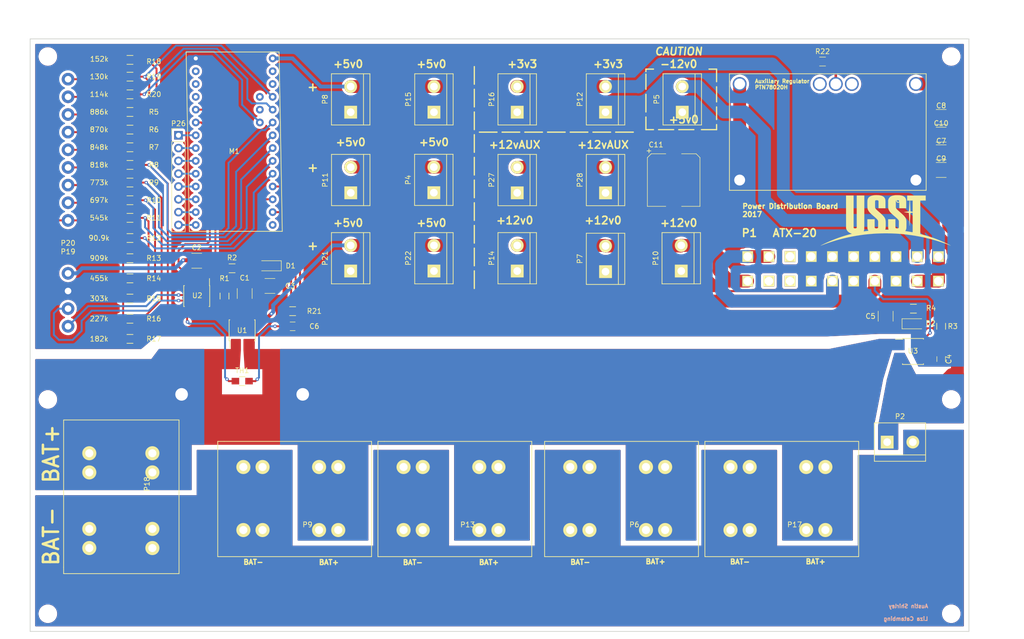
<source format=kicad_pcb>
(kicad_pcb (version 20221018) (generator pcbnew)
  (layers (0 "F.Cu" signal) (31 "B.Cu" signal) (34 "B.Paste" user) (35 "F.Paste" user) (36 "B.SilkS" user "B.Silkscreen") (37 "F.SilkS" user "F.Silkscreen") (38 "B.Mask" user) (39 "F.Mask" user) (44 "Edge.Cuts" user))
  (net 0 "")
  (net 1 "3v3")
  (net 2 "-12v")
  (net 3 "GND")
  (net 4 "5v0")
  (net 5 "+12v")
  (net 6 "VBAT")
  (net 7 "GND_REG")
  (net 8 "Net-(C1-Pad1)")
  (net 9 "/PowerMonitor/I_SENSE1")
  (net 10 "Net-(C4-Pad1)")
  (net 11 "/PowerMonitor/I_SENSE2")
  (net 12 "Net-(D1-Pad2)")
  (net 13 "Net-(D2-Pad2)")
  (net 14 "VLOG")
  (net 15 "/PowerMonitor/CANL")
  (net 16 "/PowerMonitor/CANH")
  (net 17 "Net-(P20-Pad1)")
  (net 18 "Net-(P20-Pad2)")
  (net 19 "Net-(P20-Pad3)")
  (net 20 "Net-(P20-Pad4)")
  (net 21 "Net-(P20-Pad5)")
  (net 22 "Net-(P20-Pad6)")
  (net 23 "Net-(P20-Pad7)")
  (net 24 "Net-(P20-Pad8)")
  (net 25 "Net-(P20-Pad9)")
  (net 26 "Net-(R1-Pad2)")
  (net 27 "Net-(R3-Pad2)")
  (net 28 "/PowerMonitor/8+")
  (net 29 "/PowerMonitor/7+")
  (net 30 "/PowerMonitor/6+")
  (net 31 "/PowerMonitor/5+")
  (net 32 "/PowerMonitor/4+")
  (net 33 "/PowerMonitor/3+")
  (net 34 "/PowerMonitor/2+")
  (net 35 "/PowerMonitor/1+")
  (net 36 "/PowerMonitor/3v3")
  (net 37 "Net-(M1-Pad3)")
  (net 38 "Net-(M1-Pad4)")
  (net 39 "/PowerMonitor/Temp")
  (net 40 "/PowerMonitor/AUX8")
  (net 41 "/PowerMonitor/AUX7")
  (net 42 "/PowerMonitor/AUX6")
  (net 43 "/PowerMonitor/AUX5")
  (net 44 "/PowerMonitor/AUX4")
  (net 45 "/PowerMonitor/AUX2")
  (net 46 "/PowerMonitor/AUX1")
  (net 47 "/PowerMonitor/AUX3")
  (net 48 "Net-(C11-Pad1)")
  (net 49 "Net-(R22-Pad2)")
  (footprint "Housings_SOIC:SOIC-8_3.9x4.9mm_Pitch1.27mm" (layer "F.Cu") (at 80.495 92.8 90)
    (fp_text reference "U1")
    (fp_text value "ACS712")
  )
  (footprint "Housings_SOIC:SOIC-8_3.9x4.9mm_Pitch1.27mm" (layer "F.Cu") (at 213.42 96.99)
    (fp_text reference "U3")
    (fp_text value "ACS712")
  )
  (footprint "USST-footprints:Teensy_3.2_NoTail" (layer "F.Cu") (at 84.005 63.645 180)
    (fp_text reference "M1")
    (fp_text value "Teensy3")
  )
  (footprint "USST-footprints:ATX20" (layer "F.Cu") (at 199.5655 87.87266)
    (fp_text reference "P1")
    (fp_text value "ATX-20")
  )
  (footprint "USST-footprints:Phoenix_Contact_1770539" (layer "F.Cu") (at 145.509847 119.901837)
    (fp_text reference "P6")
    (fp_text value "CONN_2")
  )
  (footprint "USST-footprints:Phoenix_Contact_1770539" (layer "F.Cu") (at 80.739847 119.901837)
    (fp_text reference "P9")
    (fp_text value "CONN_2")
  )
  (footprint "USST-footprints:Phoenix_Contact_1770539" (layer "F.Cu") (at 112.479847 119.901837)
    (fp_text reference "P13")
    (fp_text value "CONN_2")
  )
  (footprint "USST-footprints:Phoenix_Contact_1770539" (layer "F.Cu") (at 177.259847 119.901837)
    (fp_text reference "P17")
    (fp_text value "CONN_2")
  )
  (footprint "USST-footprints:Phoenix_Contact_1770539" (layer "F.Cu") (at 50.209847 135.971837 90)
    (fp_text reference "P18")
    (fp_text value "CONN_2")
  )
  (footprint "Resistors_SMD:R_0805_HandSoldering" (layer "F.Cu") (at 77 86 -90)
    (fp_text reference "R1")
    (fp_text value "2k")
  )
  (footprint "Resistors_SMD:R_0805_HandSoldering" (layer "F.Cu") (at 78.5 80.5)
    (fp_text reference "R2")
    (fp_text value "10k")
  )
  (footprint "Resistors_SMD:R_0805_HandSoldering" (layer "F.Cu") (at 219 92 -90)
    (fp_text reference "R3")
    (fp_text value "2k")
  )
  (footprint "Resistors_SMD:R_0805_HandSoldering" (layer "F.Cu") (at 213.5 88.5 180)
    (fp_text reference "R4")
    (fp_text value "10k")
  )
  (footprint "Resistors_SMD:R_0805_HandSoldering" (layer "F.Cu") (at 58.271 49.5 180)
    (fp_text reference "R5")
    (fp_text value "886k")
  )
  (footprint "Resistors_SMD:R_0805_HandSoldering" (layer "F.Cu") (at 58.271 53 180)
    (fp_text reference "R6")
    (fp_text value "870k")
  )
  (footprint "Resistors_SMD:R_0805_HandSoldering" (layer "F.Cu") (at 58.271 56.5 180)
    (fp_text reference "R7")
    (fp_text value "848k")
  )
  (footprint "Resistors_SMD:R_0805_HandSoldering" (layer "F.Cu") (at 58.271 60 180)
    (fp_text reference "R8")
    (fp_text value "818k")
  )
  (footprint "Resistors_SMD:R_0805_HandSoldering" (layer "F.Cu") (at 58.271 63.5 180)
    (fp_text reference "R9")
    (fp_text value "773k")
  )
  (footprint "Resistors_SMD:R_0805_HandSoldering" (layer "F.Cu") (at 58.271 67 180)
    (fp_text reference "R10")
    (fp_text value "697k")
  )
  (footprint "Resistors_SMD:R_0805_HandSoldering" (layer "F.Cu") (at 58.271 70.5 180)
    (fp_text reference "R11")
    (fp_text value "545k")
  )
  (footprint "Resistors_SMD:R_0805_HandSoldering" (layer "F.Cu") (at 58.271 74.5 180)
    (fp_text reference "R12")
    (fp_text value "90.9k")
  )
  (footprint "Resistors_SMD:R_0805_HandSoldering" (layer "F.Cu") (at 58.271 78.5 180)
    (fp_text reference "R13")
    (fp_text value "909k")
  )
  (footprint "Resistors_SMD:R_0805_HandSoldering" (layer "F.Cu") (at 58.271 82.5 180)
    (fp_text reference "R14")
    (fp_text value "455k")
  )
  (footprint "Resistors_SMD:R_0805_HandSoldering" (layer "F.Cu") (at 58.271 86.5 180)
    (fp_text reference "R15")
    (fp_text value "303k")
  )
  (footprint "Resistors_SMD:R_0805_HandSoldering" (layer "F.Cu") (at 58.271 90.5 180)
    (fp_text reference "R16")
    (fp_text value "227k")
  )
  (footprint "Resistors_SMD:R_0805_HandSoldering" (layer "F.Cu") (at 58.271 94.5 180)
    (fp_text reference "R17")
    (fp_text value "182k")
  )
  (footprint "Resistors_SMD:R_0805_HandSoldering" (layer "F.Cu") (at 58.271 39.1685 180)
    (fp_text reference "R18")
    (fp_text value "152k")
  )
  (footprint "Resistors_SMD:R_0805_HandSoldering" (layer "F.Cu") (at 58.271 42.5 180)
    (fp_text reference "R19")
    (fp_text value "130k")
  )
  (footprint "Resistors_SMD:R_0805_HandSoldering" (layer "F.Cu") (at 58.271 46 180)
    (fp_text reference "R20")
    (fp_text value "114k")
  )
  (footprint "Capacitors_SMD:C_1210" (layer "F.Cu") (at 81 85.5 90)
    (fp_text reference "C1")
    (fp_text value "1nF")
  )
  (footprint "Capacitors_SMD:C_1210" (layer "F.Cu") (at 71.5 79 180)
    (fp_text reference "C2")
    (fp_text value "0.1uF")
  )
  (footprint "Capacitors_SMD:C_1210" (layer "F.Cu") (at 86 84 180)
    (fp_text reference "C3")
    (fp_text value "Test")
  )
  (footprint "Diodes_SMD:D_SOD-123" (layer "F.Cu") (at 86 80 180)
    (fp_text reference "D1")
    (fp_text value "1N4448W")
  )
  (footprint "Diodes_SMD:D_SOD-123" (layer "F.Cu") (at 213.5 91.5)
    (fp_text reference "D2")
    (fp_text value "1N4448W")
  )
  (footprint "USST-footprints:Molex_39531_1002" (layer "F.Cu") (at 210.844 114.961)
    (fp_text reference "P2")
    (fp_text value "CONN_2")
  )
  (footprint "USST-footprints:Molex_39531_1002" (layer "F.Cu") (at 118.476 62.9658 90)
    (fp_text reference "P4")
    (fp_text value "CONN_2")
  )
  (footprint "USST-footprints:Molex_39531_1002" (layer "F.Cu") (at 167.7 47 90)
    (fp_text reference "P5")
    (fp_text value "CONN_2")
  )
  (footprint "USST-footprints:Molex_39531_1002" (layer "F.Cu") (at 152.5 78.621133 90)
    (fp_text reference "P7")
    (fp_text value "CONN_2")
  )
  (footprint "USST-footprints:Molex_39531_1002" (layer "F.Cu") (at 102 47 90)
    (fp_text reference "P8")
    (fp_text value "CONN_2")
  )
  (footprint "USST-footprints:Molex_39531_1002" (layer "F.Cu") (at 167.5 78.5 90)
    (fp_text reference "P10")
    (fp_text value "CONN_2")
  )
  (footprint "USST-footprints:Molex_39531_1002" (layer "F.Cu") (at 102.0168 62.9912 90)
    (fp_text reference "P11")
    (fp_text value "CONN_2")
  )
  (footprint "USST-footprints:Molex_39531_1002" (layer "F.Cu") (at 152.5 47 90)
    (fp_text reference "P12")
    (fp_text value "CONN_2")
  )
  (footprint "USST-footprints:Molex_39531_1002" (layer "F.Cu") (at 135 78.5 90)
    (fp_text reference "P14")
    (fp_text value "CONN_2")
  )
  (footprint "USST-footprints:Molex_39531_1002" (layer "F.Cu") (at 118.5 47 90)
    (fp_text reference "P15")
    (fp_text value "CONN_2")
  )
  (footprint "USST-footprints:Molex_39531_1002" (layer "F.Cu") (at 135 47 90)
    (fp_text reference "P16")
    (fp_text value "CONN_2")
  )
  (footprint "USST-footprints:Molex_39502_1004R" (layer "F.Cu") (at 46 81.5 -90)
    (fp_text reference "P19")
    (fp_text value "CAN_CONN")
  )
  (footprint "Housings_SOIC:SOIC-8_3.9x4.9mm_Pitch1.27mm" (layer "F.Cu") (at 71.5 86 -90)
    (fp_text reference "U2")
    (fp_text value "MCP2562")
  )
  (footprint "Capacitors_SMD:C_1210" (layer "F.Cu") (at 208 90 90)
    (fp_text reference "C5")
    (fp_text value "Test")
  )
  (footprint "Capacitors_SMD:C_0805_HandSoldering" (layer "F.Cu") (at 90.5 92)
    (fp_text reference "C6")
    (fp_text value "100n")
  )
  (footprint "Resistors_SMD:R_0805_HandSoldering" (layer "F.Cu") (at 90.5 89)
    (fp_text reference "R21")
    (fp_text value "10k")
  )
  (footprint "Resistors_SMD:R_0805_HandSoldering" (layer "F.Cu") (at 80.51 102.87)
    (fp_text reference "TH1")
    (fp_text value "NTC-10k")
  )
  (footprint "USST-footprints:Molex_39531_1002" (layer "F.Cu") (at 102 78.5 90)
    (fp_text reference "P21")
    (fp_text value "CONN_2")
  )
  (footprint "USST-footprints:Molex_39531_1002" (layer "F.Cu") (at 118.5 78.5 90)
    (fp_text reference "P22")
    (fp_text value "CONN_2")
  )
  (footprint "Mounting_Holes:MountingHole_3.2mm_M3" (layer "F.Cu") (at 221 38.5)
    (fp_text reference "REF**" hide)
    (fp_text value "MountingHole_3.2mm_M3")
  )
  (footprint "Mounting_Holes:MountingHole_3.2mm_M3" (layer "F.Cu") (at 221 149)
    (fp_text reference "REF**" hide)
    (fp_text value "MountingHole_3.2mm_M3")
  )
  (footprint "Mounting_Holes:MountingHole_3.2mm_M3" (layer "F.Cu") (at 42 149)
    (fp_text reference "REF**" hide)
    (fp_text value "MountingHole_3.2mm_M3")
  )
  (footprint "Mounting_Holes:MountingHole_3.2mm_M3" (layer "F.Cu") (at 42 38.5)
    (fp_text reference "REF**" hide)
    (fp_text value "MountingHole_3.2mm_M3")
  )
  (footprint "USST-footprints:USSTLOGO" (layer "F.Cu") (at 208 71)
    (fp_text reference "G***" hide)
    (fp_text value "LOGO" hide)
  )
  (footprint "Socket_Strips:Socket_Strip_Straight_1x08_Pitch2.54mm" (layer "F.Cu") (at 67.88 54.12)
    (fp_text reference "P26")
    (fp_text value "CONN_8")
  )
  (footprint "Mounting_Holes:MountingHole_3.2mm_M3" (layer "F.Cu") (at 221 106.5)
    (fp_text reference "REF**" hide)
    (fp_text value "MountingHole_3.2mm_M3")
  )
  (footprint "Mounting_Holes:MountingHole_3.2mm_M3" (layer "F.Cu") (at 42 106.5)
    (fp_text reference "REF**" hide)
    (fp_text value "MountingHole_3.2mm_M3")
  )
  (footprint "Capacitors_SMD:C_1210" (layer "F.Cu") (at 219 57.5)
    (fp_text reference "C7")
    (fp_text value "4.7u")
  )
  (footprint "Capacitors_SMD:C_1210" (layer "F.Cu") (at 219 50.5)
    (fp_text reference "C8")
    (fp_text value "4.7u")
  )
  (footprint "Capacitors_SMD:C_1210" (layer "F.Cu") (at 219 61)
    (fp_text reference "C9")
    (fp_text value "4.7u")
  )
  (footprint "Capacitors_SMD:C_1210" (layer "F.Cu") (at 219 54)
    (fp_text reference "C10")
    (fp_text value "4.7u")
  )
  (footprint "Capacitors_SMD:CP_Elec_10x10.5" (layer "F.Cu") (at 166 63 -90)
    (fp_text reference "C11")
    (fp_text value "330u")
  )
  (footprint "USST-footprints:Molex_39531_1002" (layer "F.Cu") (at 135 63 90)
    (fp_text reference "P27")
    (fp_text value "CONN_2")
  )
  (footprint "USST-footprints:Molex_39531_1002" (layer "F.Cu") (at 152.5 63 90)
    (fp_text reference "P28")
    (fp_text value "CONN_2")
  )
  (footprint "Resistors_SMD:R_0805" (layer "F.Cu") (at 195.5 39.5)
    (fp_text reference "R22")
    (fp_text value "383k")
  )
  (footprint "USST-footprints:PTN7820H" (layer "F.Cu") (at 214.032 63.032 180)
    (fp_text reference "U4")
    (fp_text value "PTN78020")
  )
  (footprint "Capacitors_SMD:C_0805" (layer "F.Cu") (at 219 98.5 -90)
    (fp_text reference "C4")
    (fp_text value "1nF")
  )
  (footprint "Mounting_Holes:MountingHole_2.5mm_Pad" (layer "F.Cu") (at 68.5 105.5)
    (fp_text reference "REF**" hide)
    (fp_text value "MountingHole_2.5mm_Pad")
  )
  (footprint "Mounting_Holes:MountingHole_2.5mm_Pad" (layer "F.Cu") (at 92.5 105.5)
    (fp_text reference "REF**" hide)
    (fp_text value "MountingHole_2.5mm_Pad")
  )
  (footprint "USST-footprints:Molex_39502_1009R" (layer "B.Cu") (at 46 71 90)
    (fp_text reference "P20")
    (fp_text value "BAT_CONN")
  )
  (gr_line (start 126.5 49.5) (end 126.5 53) (stroke (width 0.254)) (layer "F.SilkS"))
  (gr_line (start 126.5 54) (end 126.5 57.5) (stroke (width 0.254)) (layer "F.SilkS"))
  (gr_line (start 126.5 58.5) (end 126.5 62) (stroke (width 0.254)) (layer "F.SilkS"))
  (gr_line (start 126.5 63) (end 126.5 66.5) (stroke (width 0.254)) (layer "F.SilkS"))
  (gr_line (start 126.5 67.5) (end 126.5 71) (stroke (width 0.254)) (layer "F.SilkS"))
  (gr_line (start 126.5 72) (end 126.5 75.5) (stroke (width 0.254)) (layer "F.SilkS"))
  (gr_line (start 126.5 76.5) (end 126.5 80) (stroke (width 0.254)) (layer "F.SilkS"))
  (gr_line (start 126.5 81) (end 126.5 84.5) (stroke (width 0.254)) (layer "F.SilkS"))
  (gr_line (start 127.5 53.5) (end 131 53.5) (stroke (width 0.254)) (layer "F.SilkS"))
  (gr_line (start 132 53.5) (end 135.5 53.5) (stroke (width 0.254)) (layer "F.SilkS"))
  (gr_line (start 136.5 53.5) (end 140 53.5) (stroke (width 0.254)) (layer "F.SilkS"))
  (gr_line (start 141 53.5) (end 144.5 53.5) (stroke (width 0.254)) (layer "F.SilkS"))
  (gr_line (start 145.5 53.5) (end 149 53.5) (stroke (width 0.254)) (layer "F.SilkS"))
  (gr_line (start 150 53.5) (end 153.5 53.5) (stroke (width 0.254)) (layer "F.SilkS"))
  (gr_line (start 154.5 53.5) (end 158 53.5) (stroke (width 0.254)) (layer "F.SilkS"))
  (gr_line (start 126.5 40.5) (end 126.5 44) (stroke (width 0.254)) (layer "F.SilkS"))
  (gr_line (start 174.5 51) (end 174.5 48.5) (stroke (width 0.254)) (layer "F.SilkS"))
  (gr_line (start 160.5 50.5) (end 160.5 53) (stroke (width 0.254)) (layer "F.SilkS"))
  (gr_line (start 174.5 53) (end 174.5 52) (stroke (width 0.254)) (layer "F.SilkS"))
  (gr_line (start 160.5 45) (end 160.5 42) (stroke (width 0.254)) (layer "F.SilkS"))
  (gr_line (start 160.5 53) (end 162 53) (stroke (width 0.254)) (layer "F.SilkS"))
  (gr_line (start 126.5 45) (end 126.5 48.5) (stroke (width 0.254)) (layer "F.SilkS"))
  (gr_line (start 174.5 41) (end 173 41) (stroke (width 0.254)) (layer "F.SilkS"))
  (gr_line (start 167 53) (end 170 53) (stroke (width 0.254)) (layer "F.SilkS"))
  (gr_line (start 171.5 53) (end 174.5 53) (stroke (width 0.254)) (layer "F.SilkS"))
  (gr_line (start 160.5 41) (end 162 41) (stroke (width 0.254)) (layer "F.SilkS"))
  (gr_line (start 174.5 43.5) (end 174.5 41) (stroke (width 0.254)) (layer "F.SilkS"))
  (gr_line (start 160.5 46) (end 160.5 49.5) (stroke (width 0.254)) (layer "F.SilkS"))
  (gr_line (start 163 53) (end 166 53) (stroke (width 0.254)) (layer "F.SilkS"))
  (gr_line (start 160.5 41.5) (end 160.5 41) (stroke (width 0.254)) (layer "F.SilkS"))
  (gr_line (start 174.5 47.5) (end 174.5 44.5) (stroke (width 0.254)) (layer "F.SilkS"))
  (gr_line (start 224.5 152.5) (end 224.5 35) (stroke (width 0.15)) (layer "Edge.Cuts"))
  (gr_line (start 38.5 35) (end 38.5 152.5) (stroke (width 0.15)) (layer "Edge.Cuts"))
  (gr_line (start 38.5 152.5) (end 224.5 152.5) (stroke (width 0.15)) (layer "Edge.Cuts"))
  (gr_line (start 224.5 35) (end 38.5 35) (stroke (width 0.15)) (layer "Edge.Cuts"))
  (gr_text "Liza Catambing" (at 212 150) (layer "B.SilkS") (effects (font (size 0.75 0.75) (thickness 0.1875)) (justify mirror)))
  (gr_text "Austin Shirley" (at 212.5 147.5) (layer "B.SilkS") (effects (font (size 0.75 0.75) (thickness 0.1875)) (justify mirror)))
  (gr_text "+3v3" (at 153 40) (layer "F.SilkS") (effects (font (size 1.5 1.5) (thickness 0.3))))
  (gr_text "-12v0" (at 167 40) (layer "F.SilkS") (effects (font (size 1.5 1.5) (thickness 0.3))))
  (gr_text "+5v0" (at 102 55.5) (layer "F.SilkS") (effects (font (size 1.5 1.5) (thickness 0.3))))
  (gr_text "+5v0" (at 118.5 55.5) (layer "F.SilkS") (effects (font (size 1.5 1.5) (thickness 0.3))))
  (gr_text "+5v0" (at 118 40) (layer "F.SilkS") (effects (font (size 1.5 1.5) (thickness 0.3))))
  (gr_text "+5v0" (at 168 51) (layer "F.SilkS") (effects (font (size 1.5 1.5) (thickness 0.3))))
  (gr_text "+12v0" (at 167 71.5) (layer "F.SilkS") (effects (font (size 1.5 1.5) (thickness 0.3))))
  (gr_text "+12v0" (at 152 71) (layer "F.SilkS") (effects (font (size 1.5 1.5) (thickness 0.3))))
  (gr_text "+12v0" (at 134.5 71) (layer "F.SilkS") (effects (font (size 1.5 1.5) (thickness 0.3))))
  (gr_text "+12vAUX" (at 134.5 56) (layer "F.SilkS") (effects (font (size 1.5 1.5) (thickness 0.3))))
  (gr_text "+12vAUX" (at 152 56) (layer "F.SilkS") (effects (font (size 1.5 1.5) (thickness 0.3))))
  (gr_text "+" (at 94.5 60.5) (layer "F.SilkS") (effects (font (size 1.778 1.778) (thickness 0.3))))
  (gr_text "+" (at 94.5 76) (layer "F.SilkS") (effects (font (size 1.778 1.778) (thickness 0.3))))
  (gr_text "BAT+" (at 42.66 117.28 90) (layer "F.SilkS") (effects (font (size 3 3) (thickness 0.5))))
  (gr_text "BAT-" (at 82.72 138.76) (layer "F.SilkS") (effects (font (size 1 1) (thickness 0.25))))
  (gr_text "BAT-" (at 114.31 138.82) (layer "F.SilkS") (effects (font (size 1 1) (thickness 0.25))))
  (gr_text "BAT-" (at 147.49 138.77) (layer "F.SilkS") (effects (font (size 1 1) (thickness 0.25))))
  (gr_text "BAT-" (at 179.13 138.69) (layer "F.SilkS") (effects (font (size 1 1) (thickness 0.25))))
  (gr_text "BAT+" (at 97.68 138.8) (layer "F.SilkS") (effects (font (size 1 1) (thickness 0.25))))
  (gr_text "BAT+" (at 129.39 138.8) (layer "F.SilkS") (effects (font (size 1 1) (thickness 0.25))))
  (gr_text "BAT+" (at 162.4 138.65) (layer "F.SilkS") (effects (font (size 1 1) (thickness 0.25))))
  (gr_text "BAT+" (at 194.12 138.66) (layer "F.SilkS") (effects (font (size 1 1) (thickness 0.25))))
  (gr_text "+5v0" (at 101.5 40) (layer "F.SilkS") (effects (font (size 1.5 1.5) (thickness 0.3))))
  (gr_text "+5v0" (at 118 71.5) (layer "F.SilkS") (effects (font (size 1.5 1.5) (thickness 0.3))))
  (gr_text "+5v0" (at 101.5 71.5) (layer "F.SilkS") (effects (font (size 1.5 1.5) (thickness 0.3))))
  (gr_text "Power Distribution Board\n2017" (at 179.5 69) (layer "F.SilkS") (effects (font (size 1 1) (thickness 0.25)) (justify left)))
  (gr_text "BAT-" (at 42.66 133.66 90) (layer "F.SilkS") (effects (font (size 3 3) (thickness 0.5))))
  (gr_text "+" (at 94.5 44.5) (layer "F.SilkS") (effects (font (size 1.778 1.778) (thickness 0.3))))
  (gr_text "CAUTION" (at 167 37.5) (layer "F.SilkS") (effects (font (size 1.5 1.5) (thickness 0.3) italic)))
  (gr_text "+3v3" (at 136 40) (layer "F.SilkS") (effects (font (size 1.5 1.5) (thickness 0.3))))
  (gr_text "Auxillary Regulator\nPTN78020H" (at 182 44) (layer "F.SilkS") (effects (font (size 0.75 0.75) (thickness 0.1875)) (justify left)))
  (segment (start 214.2594 83.0365) (end 218.46056 83.0365) (width 2.54) (layer "F.Cu") (net 1))
  (segment (start 152.5 44.46) (end 135 44.46) (width 2.54) (layer "F.Cu") (net 1))
  (segment (start 218.46056 78.1724) (end 218.46056 83.0365) (width 2.54) (layer "F.Cu") (net 1))
  (segment (start 134.895231 44.432496) (end 134.922735 44.46) (width 2.54) (layer "F.Cu") (net 1))
  (segment (start 185.5 40) (end 163.5 40) (width 2.54) (layer "B.Cu") (net 1))
  (segment (start 189.484323 67.316178) (end 187.727613 65.559468) (width 2.54) (layer "B.Cu") (net 1))
  (segment (start 187.727613 65.559468) (end 187.727613 42.227613) (width 2.54) (layer "B.Cu") (net 1))
  (segment (start 218.46056 78.1724) (end 218.46056 73.442658) (width 2.54) (layer "B.Cu") (net 1))
  (segment (start 158.96 44.46) (end 153.1538 44.46) (width 2.54) (layer "B.Cu") (net 1))
  (segment (start 163.5 40) (end 159 44.5) (width 2.54) (layer "B.Cu") (net 1))
  (segment (start 159 44.5) (end 158.96 44.46) (width 2.54) (layer "B.Cu") (net 1))
  (segment (start 212.33408 67.316178) (end 189.484323 67.316178) (width 2.54) (layer "B.Cu") (net 1))
  (segment (start 187.727613 42.227613) (end 185.5 40) (width 2.54) (layer "B.Cu") (net 1))
  (segment (start 218.46056 73.442658) (end 212.33408 67.316178) (width 2.54) (layer "B.Cu") (net 1))
  (segment (start 170.96 44.46) (end 176 49.5) (width 2.54) (layer "B.Cu") (net 2))
  (segment (start 210.68999 71) (end 214.2594 74.56941) (width 2.54) (layer "B.Cu") (net 2))
  (segment (start 184 67) (end 188 71) (width 2.54) (layer "B.Cu") (net 2))
  (segment (start 167.7 44.46) (end 170.96 44.46) (width 2.54) (layer "B.Cu") (net 2))
  (segment (start 180 49.5) (end 184 53.5) (width 2.54) (layer "B.Cu") (net 2))
  (segment (start 214.2594 74.56941) (end 214.2594 78.1724) (width 2.54) (layer "B.Cu") (net 2))
  (segment (start 188 71) (end 210.68999 71) (width 2.54) (layer "B.Cu") (net 2))
  (segment (start 176 49.5) (end 180 49.5) (width 2.54) (layer "B.Cu") (net 2))
  (segment (start 184 53.5) (end 184 67) (width 2.54) (layer "B.Cu") (net 2))
  (segment (start 174.167574 137.832426) (end 85.632426 137.832426) (width 2.54) (layer "F.Cu") (net 3))
  (segment (start 112.479847 119.901837) (end 112.479847 132.401837) (width 2.54) (layer "F.Cu") (net 3))
  (segment (start 145.509847 132.401837) (end 145.509847 119.901837) (width 2.54) (layer "F.Cu") (net 3))
  (segment (start 74.5 135.6) (end 71.071837 132.171837) (width 2.54) (layer "F.Cu") (net 3))
  (segment (start 62.709847 135.971837) (end 69.071837 135.971837) (width 2.54) (layer "F.Cu") (net 3))
  (segment (start 177.259847 132.401837) (end 177.259847 134.740153) (width 2.54) (layer "F.Cu") (net 3))
  (segment (start 112.479847 132.401837) (end 112.479847 134.381735) (width 2.54) (layer "F.Cu") (net 3))
  (segment (start 50.209847 135.971837) (end 62.709847 135.971837) (width 2.54) (layer "F.Cu") (net 3))
  (segment (start 62.709847 132.171837) (end 50.209847 132.171837) (width 2.54) (layer "F.Cu") (net 3))
  (segment (start 85.632426 137.832426) (end 84.7 136.9) (width 2.54) (layer "F.Cu") (net 3))
  (segment (start 71.071837 132.171837) (end 62.709847 132.171837) (width 2.54) (layer "F.Cu") (net 3))
  (segment (start 80.739847 132.401837) (end 80.739847 119.901837) (width 2.54) (layer "F.Cu") (net 3))
  (segment (start 145.509847 134.381735) (end 145.5 134.391582) (width 2.54) (layer "F.Cu") (net 3))
  (segment (start 72.4 139.3) (end 82.3 139.3) (width 2.54) (layer "F.Cu") (net 3))
  (segment (start 149.309847 139.190153) (end 149.2 139.3) (width 2.54) (layer "F.Cu") (net 3))
  (segment (start 80.739847 134.381735) (end 79.521582 135.6) (width 2.54) (layer "F.Cu") (net 3))
  (segment (start 181.059847 135.940153) (end 181.059847 132.401837) (width 2.54) (layer "F.Cu") (net 3))
  (segment (start 149.309847 119.901837) (end 149.309847 132.401837) (width 2.54) (layer "F.Cu") (net 3))
  (segment (start 213.384 136.716) (end 210.8 139.3) (width 2.54) (layer "F.Cu") (net 3))
  (segment (start 112.5 134.401888) (end 112.5 139.3) (width 2.54) (layer "F.Cu") (net 3))
  (segment (start 116.279847 132.401837) (end 116.279847 138.920153) (width 2.54) (layer "F.Cu") (net 3))
  (segment (start 181.059847 119.901837) (end 181.059847 132.401837) (width 2.54) (layer "F.Cu") (net 3))
  (segment (start 177.259847 134.740153) (end 174.167574 137.832426) (width 2.54) (layer "F.Cu") (net 3))
  (segment (start 80.739847 132.401837) (end 80.739847 134.381735) (width 2.54) (layer "F.Cu") (net 3))
  (segment (start 112.5 139.3) (end 115.9 139.3) (width 2.54) (layer "F.Cu") (net 3))
  (segment (start 149.309847 132.401837) (end 149.309847 139.190153) (width 2.54) (layer "F.Cu") (net 3))
  (segment (start 115.9 139.3) (end 145.5 139.3) (width 2.54) (layer "F.Cu") (net 3))
  (segment (start 79.521582 135.6) (end 74.5 135.6) (width 2.54) (layer "F.Cu") (net 3))
  (segment (start 210.8 139.3) (end 177.7 139.3) (width 2.54) (layer "F.Cu") (net 3))
  (segment (start 145.509847 132.401837) (end 145.509847 134.381735) (width 2.54) (layer "F.Cu") (net 3))
  (segment (start 84.7 136.9) (end 84.539847 136.739847) (width 2.54) (layer "F.Cu") (net 3))
  (segment (start 84.539847 136.739847) (end 84.539847 132.401837) (width 2.54) (layer "F.Cu") (net 3))
  (segment (start 69.071837 135.971837) (end 72.4 139.3) (width 2.54) (layer "F.Cu") (net 3))
  (segment (start 149.2 139.3) (end 177.7 139.3) (width 2.54) (layer "F.Cu") (net 3))
  (segment (start 116.279847 119.901837) (end 116.279847 132.401837) (width 2.54) (layer "F.Cu") (net 3))
  (segment (start 112.479847 134.381735) (end 112.5 134.401888) (width 2.54) (layer "F.Cu") (net 3))
  (segment (start 116.279847 138.920153) (end 115.9 139.3) (width 2.54) (layer "F.Cu") (net 3))
  (segment (start 84.539847 119.901837) (end 84.539847 132.401837) (width 2.54) (layer "F.Cu") (net 3))
  (segment (start 177.7 139.3) (end 181.059847 135.940153) (width 2.54) (layer "F.Cu") (net 3))
  (segment (start 145.5 139.3) (end 149.2 139.3) (width 2.54) (layer "F.Cu") (net 3))
  (segment (start 82.3 139.3) (end 84.7 136.9) (width 2.54) (layer "F.Cu") (net 3))
  (segment (start 82.3 139.3) (end 112.5 139.3) (width 2.54) (layer "F.Cu") (net 3))
  (segment (start 145.5 134.391582) (end 145.5 139.3) (width 2.54) (layer "F.Cu") (net 3))
  (segment (start 213.384 114.961) (end 213.384 136.716) (width 2.54) (layer "F.Cu") (net 3))
  (segment (start 177.259847 132.401837) (end 177.259847 119.901837) (width 2.54) (layer "F.Cu") (net 3))
  (segment (start 197.45984 86.95984) (end 197.5 87) (width 2.54) (layer "F.Cu") (net 4))
  (segment (start 124 76.5) (end 125 77.5) (width 2.54) (layer "F.Cu") (net 4))
  (segment (start 124 60.5) (end 124 76.5) (width 2.54) (layer "F.Cu") (net 4))
  (segment (start 73.5 85.5) (end 71.5 85.5) (width 0.762) (layer "F.Cu") (net 4))
  (segment (start 102 44.46) (end 118.5 44.46) (width 2.54) (layer "F.Cu") (net 4))
  (segment (start 71.5 85.5) (end 70.865 84.865) (width 0.762) (layer "F.Cu") (net 4))
  (segment (start 102 75.96) (end 118.5 75.96) (width 2.54) (layer "F.Cu") (net 4))
  (segment (start 78.59 90.1) (end 78.59 91.637) (width 0.762) (layer "F.Cu") (net 4))
  (segment (start 216.12 93.98) (end 216.8 93.3) (width 0.381) (layer "F.Cu") (net 4))
  (segment (start 70.865 81.496) (end 70.865 83.3) (width 0.762) (layer "F.Cu") (net 4))
  (segment (start 205.85962 83.0365) (end 205.85962 84.64038) (width 2.54) (layer "F.Cu") (net 4))
  (segment (start 83.3 92.5) (end 86.3 89.5) (width 0.762) (layer "F.Cu") (net 4))
  (segment (start 197.5 87) (end 129 87) (width 2.54) (layer "F.Cu") (net 4))
  (segment (start 203.5 87) (end 197.5 87) (width 2.54) (layer "F.Cu") (net 4))
  (segment (start 70.865 81.496) (end 70 80.631) (width 0.762) (layer "F.Cu") (net 4))
  (segment (start 123.46 75.96) (end 125 77.5) (width 2.54) (layer "F.Cu") (net 4))
  (segment (start 69.9 78.9) (end 70 79) (width 0.762) (layer "F.Cu") (net 4))
  (segment (start 70.865 82.144) (end 70.865 83.3) (width 0.381) (layer "F.Cu") (net 4))
  (segment (start 78.59 90.1) (end 76.6 90.1) (width 0.762) (layer "F.Cu") (net 4))
  (segment (start 75 87) (end 73.5 85.5) (width 0.762) (layer "F.Cu") (net 4))
  (segment (start 75 88.5) (end 75 87) (width 0.762) (layer "F.Cu") (net 4))
  (segment (start 118.476 60.4258) (end 123.9258 60.4258) (width 2.54) (layer "F.Cu") (net 4))
  (segment (start 124 57.5) (end 124 48.163949) (width 2.54) (layer "F.Cu") (net 4))
  (segment (start 68.8 78.9) (end 69.9 78.9) (width 0.762) (layer "F.Cu") (net 4))
  (segment (start 118.5 44.46) (end 120.296051 44.46) (width 2.54) (layer "F.Cu") (net 4))
  (segment (start 124 57.5) (end 124 60.5) (width 2.54) (layer "F.Cu") (net 4))
  (segment (start 70.865 84.865) (end 70.865 83.3) (width 0.762) (layer "F.Cu") (net 4))
  (segment (start 205.85962 84.64038) (end 203.5 87) (width 2.54) (layer "F.Cu") (net 4))
  (segment (start 180.66536 78.1724) (end 184.86144 78.1724) (width 2.54) (layer "F.Cu") (net 4))
  (segment (start 76.6 90.1) (end 75 88.5) (width 0.762) (layer "F.Cu") (net 4))
  (segment (start 79.453 92.5) (end 83.3 92.5) (width 0.762) (layer "F.Cu") (net 4))
  (segment (start 118.476 60.4258) (end 102.0422 60.4258) (width 2.54) (layer "F.Cu") (net 4))
  (segment (start 126.5 79) (end 126.5 84.5) (width 2.54) (layer "F.Cu") (net 4))
  (segment (start 197.45984 83.0365) (end 197.45984 86.95984) (width 2.54) (layer "F.Cu") (net 4))
  (segment (start 129 87) (end 126.5 84.5) (width 2.54) (layer "F.Cu") (net 4))
  (segment (start 102.0422 60.4258) (end 102.0168 60.4512) (width 2.54) (layer "F.Cu") (net 4))
  (segment (start 78.59 91.637) (end 79.453 92.5) (width 0.762) (layer "F.Cu") (net 4))
  (segment (start 125 77.5) (end 126.5 79) (width 2.54) (layer "F.Cu") (net 4))
  (segment (start 118.5 75.96) (end 123.46 75.96) (width 2.54) (layer "F.Cu") (net 4))
  (segment (start 216.12 95.085) (end 216.12 93.98) (width 0.381) (layer "F.Cu") (net 4))
  (segment (start 123.9258 60.4258) (end 124 60.5) (width 2.54) (layer "F.Cu") (net 4))
  (segment (start 118.5268 60.4766) (end 118.476 60.4258) (width 2.54) (layer "F.Cu") (net 4))
  (segment (start 120.296051 44.46) (end 124 48.163949) (width 2.54) (layer "F.Cu") (net 4))
  (segment (start 70.865 81.496) (end 70.865 82.144) (width 0.381) (layer "F.Cu") (net 4))
  (segment (start 70 79) (end 70 80.631) (width 0.762) (layer "F.Cu") (net 4))
  (via (at 68.8 78.9) (size 0.6858) (drill 0.3302) (layers "F.Cu" "B.Cu") (net 4))
  (via (at 216.8 93.3) (size 0.6858) (drill 0.3302) (layers "F.Cu" "B.Cu") (net 4))
  (via (at 86.3 89.5) (size 0.6858) (drill 0.3302) (layers "F.Cu" "B.Cu") (net 4))
  (segment (start 175.5 79.73477) (end 177.06237 78.1724) (width 2.54) (layer "B.Cu") (net 4))
  (segment (start 177.5 87) (end 197.09933 87) (width 2.54) (layer "B.Cu") (net 4))
  (segment (start 86.545 38.88) (end 90.48 38.88) (width 0.762) (layer "B.Cu") (net 4))
  (segment (start 175.5 85) (end 175.5 79.73477) (width 2.54) (layer "B.Cu") (net 4))
  (segment (start 216.8 87.2) (end 216.2 86.6) (width 0.381) (layer "B.Cu") (net 4))
  (segment (start 205.85962 84.94038) (end 205.85962 83.0365) (width 0.381) (layer "B.Cu") (net 4))
  (segment (start 47.767766 81.5) (end 48.795642 80.472124) (width 0.762) (layer "B.Cu") (net 4))
  (segment (start 197.09933 87) (end 197.45984 86.63949) (width 2.54) (layer "B.Cu") (net 4))
  (segment (start 207.51924 86.6) (end 205.85962 84.94038) (width 0.381) (layer "B.Cu") (net 4))
  (segment (start 216.8 93.3) (end 216.8 87.2) (width 0.381) (layer "B.Cu") (net 4))
  (segment (start 46 81.5) (end 47.767766 81.5) (width 0.762) (layer "B.Cu") (net 4))
  (segment (start 216.2 86.6) (end 207.51924 86.6) (width 0.381) (layer "B.Cu") (net 4))
  (segment (start 48.795642 80.472124) (end 67.227876 80.472124) (width 0.762) (layer "B.Cu") (net 4))
  (segment (start 177.06237 78.1724) (end 180.66536 78.1724) (width 2.54) (layer "B.Cu") (net 4))
  (segment (start 197.45984 86.63949) (end 197.45984 83.0365) (width 2.54) (layer "B.Cu") (net 4))
  (segment (start 86.642899 87.799454) (end 98.482353 75.96) (width 0.762) (layer "B.Cu") (net 4))
  (segment (start 98.482353 75.96) (end 102 75.96) (width 0.762) (layer "B.Cu") (net 4))
  (segment (start 96.06 44.46) (end 102 44.46) (width 0.762) (layer "B.Cu") (net 4))
  (segment (start 175.5 85) (end 177.5 87) (width 2.54) (layer "B.Cu") (net 4))
  (segment (start 86.3 89.5) (end 86.642899 89.157101) (width 0.762) (layer "B.Cu") (net 4))
  (segment (start 90.48 38.88) (end 96.06 44.46) (width 0.762) (layer "B.Cu") (net 4))
  (segment (start 67.227876 80.472124) (end 68.8 78.9) (width 0.762) (layer "B.Cu") (net 4))
  (segment (start 86.642899 89.157101) (end 86.642899 87.799454) (width 0.762) (layer "B.Cu") (net 4))
  (segment (start 175 78.253026) (end 172.706974 75.96) (width 2.54) (layer "F.Cu") (net 5))
  (segment (start 135 75.96) (end 152.378867 75.96) (width 2.54) (layer "F.Cu") (net 5))
  (segment (start 152.5 76.081133) (end 167.378867 76.081133) (width 2.54) (layer "F.Cu") (net 5))
  (segment (start 175 80.97921) (end 175 78.253026) (width 2.54) (layer "F.Cu") (net 5))
  (segment (start 172.706974 75.96) (end 167.5 75.96) (width 2.54) (layer "F.Cu") (net 5))
  (segment (start 167.378867 76.081133) (end 167.5 75.96) (width 2.54) (layer "F.Cu") (net 5))
  (segment (start 152.378867 75.96) (end 152.5 76.081133) (width 2.54) (layer "F.Cu") (net 5))
  (segment (start 180.66028 83.0365) (end 177.05729 83.0365) (width 2.54) (layer "F.Cu") (net 5))
  (segment (start 177.05729 83.0365) (end 175 80.97921) (width 2.54) (layer "F.Cu") (net 5))
  (segment (start 64.964467 105.5) (end 64.5 105.964467) (width 5.08) (layer "F.Cu") (net 6))
  (segment (start 210.72 96.355) (end 207.268698 96.355) (width 0.508) (layer "F.Cu") (net 6))
  (segment (start 92.5 105.5) (end 92.5 108) (width 5.08) (layer "F.Cu") (net 6))
  (segment (start 68.5 107.3) (end 67.8 108) (width 5.08) (layer "F.Cu") (net 6))
  (segment (start 127.5 117.901786) (end 127.5 108) (width 2.54) (layer "F.Cu") (net 6))
  (segment (start 92.5 105.5) (end 95 108) (width 5.08) (layer "F.Cu") (net 6))
  (segment (start 160.509847 132.401837) (end 160.509847 119.901837) (width 2.54) (layer "F.Cu") (net 6))
  (segment (start 99.5 108) (end 95.7 108) (width 2.54) (layer "F.Cu") (net 6))
  (segment (start 196.059847 119.901837) (end 196.059847 112.859847) (width 2.54) (layer "F.Cu") (net 6))
  (segment (start 90 108) (end 89.5 108) (width 5.08) (layer "F.Cu") (net 6))
  (segment (start 50.209847 117.171837) (end 62.709847 117.171837) (width 2.54) (layer "F.Cu") (net 6))
  (segment (start 160.509847 108.109847) (end 160.4 108) (width 2.54) (layer "F.Cu") (net 6))
  (segment (start 99.539847 119.901837) (end 99.539847 117.921939) (width 2.54) (layer "F.Cu") (net 6))
  (segment (start 92.5 105.5) (end 90 108) (width 5.08) (layer "F.Cu") (net 6))
  (segment (start 64.5 105.964467) (end 64.5 109.5) (width 5.08) (layer "F.Cu") (net 6))
  (segment (start 164.4 117.831786) (end 164.4 108) (width 2.54) (layer "F.Cu") (net 6))
  (segment (start 164.309847 119.901837) (end 164.309847 132.401837) (width 2.54) (layer "F.Cu") (net 6))
  (segment (start 68.5 105.5) (end 71 108) (width 5.08) (layer "F.Cu") (net 6))
  (segment (start 67.8 117.861582) (end 67.8 113.5) (width 2.54) (layer "F.Cu") (net 6))
  (segment (start 99.5 117.882092) (end 99.5 108) (width 2.54) (layer "F.Cu") (net 6))
  (segment (start 89.5 108) (end 72 108) (width 2.54) (layer "F.Cu") (net 6))
  (segment (start 71 108) (end 72 108) (width 5.08) (layer "F.Cu") (net 6))
  (segment (start 160.4 108) (end 131.3 108) (width 2.54) (layer "F.Cu") (net 6))
  (segment (start 164.309847 119.901837) (end 164.309847 117.921939) (width 2.54) (layer "F.Cu") (net 6))
  (segment (start 92.5 105.5) (end 96.5 105.5) (width 5.08) (layer "F.Cu") (net 6))
  (segment (start 192.259847 132.401837) (end 192.259847 119.901837) (width 2.54) (layer "F.Cu") (net 6))
  (segment (start 95.7 108) (end 92.5 108) (width 2.54) (layer "F.Cu") (net 6))
  (segment (start 62.709847 120.971837) (end 64.689745 120.971837) (width 2.54) (layer "F.Cu") (net 6))
  (segment (start 160.509847 119.901837) (end 160.509847 108.109847) (width 2.54) (layer "F.Cu") (net 6))
  (segment (start 95.739847 119.901837) (end 95.739847 117.921939) (width 2.54) (layer "F.Cu") (net 6))
  (segment (start 191.349611 109.450389) (end 189.5 111.3) (width 0.508) (layer "F.Cu") (net 6))
  (segment (start 72 108) (end 67.8 108) (width 2.54) (layer "F.Cu") (net 6))
  (segment (start 67.8 113.5) (end 70 111.3) (width 2.54) (layer "F.Cu") (net 6))
  (segment (start 92.5 105.5) (end 92.5 105) (width 5.08) (layer "F.Cu") (net 6))
  (segment (start 64.689745 120.971837) (end 67.8 117.861582) (width 2.54) (layer "F.Cu") (net 6))
  (segment (start 92.5 105) (end 91 103.5) (width 5.08) (layer "F.Cu") (net 6))
  (segment (start 67.8 108) (end 64.109846 111.690154) (width 2.54) (layer "F.Cu") (net 6))
  (segment (start 196.059847 112.859847) (end 191.2 108) (width 2.54) (layer "F.Cu") (net 6))
  (segment (start 189.5 111.3) (end 192.259847 114.059847) (width 2.54) (layer "F.Cu") (net 6))
  (segment (start 95.739847 132.401837) (end 95.739847 119.901837) (width 2.54) (layer "F.Cu") (net 6))
  (segment (start 127.479847 132.401837) (end 127.479847 119.901837) (width 2.54) (layer "F.Cu") (net 6))
  (segment (start 68.5 105.5) (end 70.5 103.5) (width 5.08) (layer "F.Cu") (net 6))
  (segment (start 127.5 108) (end 99.5 108) (width 2.54) (layer "F.Cu") (net 6))
  (segment (start 164.4 108) (end 160.4 108) (width 2.54) (layer "F.Cu") (net 6))
  (segment (start 206.706433 95.085) (end 192.906576 108.884857) (width 0.508) (layer "F.Cu") (net 6))
  (segment (start 92.5 108) (end 89.5 108) (width 2.54) (layer "F.Cu") (net 6))
  (segment (start 131.3 108) (end 127.5 108) (width 2.54) (layer "F.Cu") (net 6))
  (segment (start 131.3 117.901786) (end 131.3 108) (width 2.54) (layer "F.Cu") (net 6))
  (segment (start 164.309847 117.921939) (end 164.4 117.831786) (width 2.54) (layer "F.Cu") (net 6))
  (segment (start 68.5 105.5) (end 68.5 104) (width 5.08) (layer "F.Cu") (net 6))
  (segment (start 50.209847 120.971837) (end 62.709847 120.971837) (width 2.54) (layer "F.Cu") (net 6))
  (segment (start 191.2 108) (end 164.4 108) (width 2.54) (layer "F.Cu") (net 6))
  (segment (start 127.479847 119.901837) (end 127.479847 117.921939) (width 2.54) (layer "F.Cu") (net 6))
  (segment (start 131.279847 119.901837) (end 131.279847 117.921939) (width 2.54) (layer "F.Cu") (net 6))
  (segment (start 131.279847 117.921939) (end 131.3 117.901786) (width 2.54) (layer "F.Cu") (net 6))
  (segment (start 64.109846 111.690154) (end 64.109846 115.771838) (width 2.54) (layer "F.Cu") (net 6))
  (segment (start 196.059847 119.901837) (end 196.059847 132.401837) (width 2.54) (layer "F.Cu") (net 6))
  (segment (start 192.906576 108.884857) (end 192.084857 108.884857) (width 0.508) (layer "F.Cu") (net 6))
  (segment (start 207.268698 96.355) (end 194.173309 109.450389) (width 0.508) (layer "F.Cu") (net 6))
  (segment (start 95.739847 117.921939) (end 95.7 117.882092) (width 2.54) (layer "F.Cu") (net 6))
  (segment (start 127.479847 117.921939) (end 127.5 117.901786) (width 2.54) (layer "F.Cu") (net 6))
  (segment (start 192.084857 108.884857) (end 191.2 108) (width 0.508) (layer "F.Cu") (net 6))
  (segment (start 70 111.3) (end 189.5 111.3) (width 2.54) (layer "F.Cu") (net 6))
  (segment (start 210.72 95.085) (end 206.706433 95.085) (width 0.508) (layer "F.Cu") (net 6))
  (segment (start 192.259847 114.059847) (end 192.259847 119.901837) (width 2.54) (layer "F.Cu") (net 6))
  (segment (start 68.5 105.5) (end 64.964467 105.5) (width 5.08) (layer "F.Cu") (net 6))
  (segment (start 131.279847 119.901837) (end 131.279847 132.401837) (width 2.54) (layer "F.Cu") (net 6))
  (segment (start 189.5 111.3) (end 189.5 109.7) (width 2.54) (layer "F.Cu") (net 6))
  (segment (start 95.7 117.882092) (end 95.7 108) (width 2.54) (layer "F.Cu") (net 6))
  (segment (start 64.109846 115.771838) (end 62.709847 117.171837) (width 2.54) (layer "F.Cu") (net 6))
  (segment (start 68.5 105.5) (end 68.5 107.3) (width 5.08) (layer "F.Cu") (net 6))
  (segment (start 189.5 109.7) (end 191.2 108) (width 2.54) (layer "F.Cu") (net 6))
  (segment (start 99.539847 117.921939) (end 99.5 117.882092) (width 2.54) (layer "F.Cu") (net 6))
  (segment (start 99.539847 132.401837) (end 99.539847 119.901837) (width 2.54) (layer "F.Cu") (net 6))
  (segment (start 194.173309 109.450389) (end 191.349611 109.450389) (width 0.508) (layer "F.Cu") (net 6))
  (segment (start 95 108) (end 95.7 108) (width 5.08) (layer "F.Cu") (net 6))
  (segment (start 78.5 86) (end 78.5 85.75) (width 0.381) (layer "F.Cu") (net 7))
  (segment (start 73 79) (end 73 80.631) (width 0.381) (layer "F.Cu") (net 7))
  (segment (start 130 52) (end 132.46 49.54) (width 2.54) (layer "F.Cu") (net 7))
  (segment (start 75.651863 86) (end 78.5 86) (width 0.381) (layer "F.Cu") (net 7))
  (segment (start 214 63) (end 210.06078 66.93922) (width 2.54) (layer "F.Cu") (net 7))
  (segment (start 118.476 65.5058) (end 102.0422 65.5058) (width 2.54) (layer "F.Cu") (net 7))
  (segment (start 102 49.54) (end 98.19 49.54) (width 2.54) (layer "F.Cu") (net 7))
  (segment (start 73 80.631) (end 72.135 81.496) (width 0.381) (layer "F.Cu") (net 7))
  (segment (start 201.661 83.0365) (end 201.661 78.1724) (width 2.54) (layer "F.Cu") (net 7))
  (segment (start 131.19 65.54) (end 130 64.35) (width 2.54) (layer "F.Cu") (net 7))
  (segment (start 217.395 98.901) (end 217.994 99.5) (width 0.381) (layer "F.Cu") (net 7))
  (segment (start 135 65.54) (end 131.19 65.54) (width 2.54) (layer "F.Cu") (net 7))
  (segment (start 217.395 98.895) (end 217.395 98.901) (width 0.381) (layer "F.Cu") (net 7))
  (segment (start 153.1538 49.54) (end 167.7 49.54) (width 2.54) (layer "F.Cu") (net 7))
  (segment (start 217.5 61) (end 217.5 62.5) (width 1.27) (layer "F.Cu") (net 7))
  (segment (start 78.5 85.75) (end 80.25 84) (width 0.381) (layer "F.Cu") (net 7))
  (segment (start 102 81.04) (end 118.5 81.04) (width 2.54) (layer "F.Cu") (net 7))
  (segment (start 74.279005 84.627142) (end 75.651863 86) (width 0.381) (layer "F.Cu") (net 7))
  (segment (start 72.135 82.144) (end 72.135 83.3) (width 0.381) (layer "F.Cu") (net 7))
  (segment (start 152.5 81.161133) (end 135.121133 81.161133) (width 2.54) (layer "F.Cu") (net 7))
  (segment (start 193.26122 78.1724) (end 193.26122 83.0365) (width 2.54) (layer "F.Cu") (net 7))
  (segment (start 201.661 78.1724) (end 205.85962 78.1724) (width 2.54) (layer "F.Cu") (net 7))
  (segment (start 98 65.3244) (end 98.2068 65.5312) (width 2.54) (layer "F.Cu") (net 7))
  (segment (start 167.5 81.04) (end 152.621133 81.04) (width 2.54) (layer "F.Cu") (net 7))
  (segment (start 98 49.73) (end 98 65.3244) (width 2.54) (layer "F.Cu") (net 7))
  (segment (start 136.72 49.54) (end 153.1538 49.54) (width 2.54) (layer "F.Cu") (net 7))
  (segment (start 98.19 81.04) (end 102 81.04) (width 2.54) (layer "F.Cu") (net 7))
  (segment (start 216.12 98.895) (end 217.395 98.895) (width 0.381) (layer "F.Cu") (net 7))
  (segment (start 201.661 78.1724) (end 197.45984 78.1724) (width 2.54) (layer "F.Cu") (net 7))
  (segment (start 197.45984 78.1724) (end 193.26122 78.1724) (width 2.54) (layer "F.Cu") (net 7))
  (segment (start 210.06078 66.93922) (end 210.06078 78.1724) (width 2.54) (layer "F.Cu") (net 7))
  (segment (start 160.67 65.54) (end 152.5 65.54) (width 2.54) (layer "F.Cu") (net 7))
  (segment (start 191.5 58) (end 186.5 63) (width 0.508) (layer "F.Cu") (net 7))
  (segment (start 72.135 83.3) (end 72.135 84.211424) (width 0.381) (layer "F.Cu") (net 7))
  (segment (start 186.5 63) (end 179.075 63) (width 0.508) (layer "F.Cu") (net 7))
  (segment (start 152.621133 81.04) (end 152.5 81.161133) (width 2.54) (layer "F.Cu") (net 7))
  (segment (start 214 63) (end 179.075 63) (width 2.54) (layer "F.Cu") (net 7))
  (segment (start 118.5268 65.5566) (end 118.476 65.5058) (width 2.54) (layer "F.Cu") (net 7))
  (segment (start 80.25 84) (end 81 84) (width 0.381) (layer "F.Cu") (net 7))
  (segment (start 175.075 67) (end 179.075 63) (width 2.54) (layer "F.Cu") (net 7))
  (segment (start 217.994 99.5) (end 219 99.5) (width 0.381) (layer "F.Cu") (net 7))
  (segment (start 135.121133 81.161133) (end 135 81.04) (width 2.54) (layer "F.Cu") (net 7))
  (segment (start 72.135 81.496) (end 72.135 82.144) (width 0.381) (layer "F.Cu") (net 7))
  (segment (start 152.5 65.54) (end 135 65.54) (width 2.54) (layer "F.Cu") (net 7))
  (segment (start 217.5 50.5) (end 217.5 61) (width 1.27) (layer "F.Cu") (net 7))
  (segment (start 98 80.85) (end 98.19 81.04) (width 2.54) (layer "F.Cu") (net 7))
  (segment (start 166 67) (end 162.21 67) (width 2.54) (layer "F.Cu") (net 7))
  (segment (start 72.550718 84.627142) (end 74.279005 84.627142) (width 0.381) (layer "F.Cu") (net 7))
  (segment (start 160.71 65.5) (end 160.67 65.54) (width 2.54) (layer "F.Cu") (net 7))
  (segment (start 217 63) (end 214 63) (width 1.27) (layer "F.Cu") (net 7))
  (segment (start 132.46 49.54) (end 136.72 49.54) (width 2.54) (layer "F.Cu") (net 7))
  (segment (start 98 65.3244) (end 98 80.85) (width 2.54) (layer "F.Cu") (net 7))
  (segment (start 162.21 67) (end 160.71 65.5) (width 2.54) (layer "F.Cu") (net 7))
  (segment (start 98.2068 65.5312) (end 102.0168 65.5312) (width 2.54) (layer "F.Cu") (net 7))
  (segment (start 102 49.54) (end 118.5 49.54) (width 2.54) (layer "F.Cu") (net 7))
  (segment (start 191.5 41) (end 191.5 58) (width 0.508) (layer "F.Cu") (net 7))
  (segment (start 102.0422 65.5058) (end 102.0168 65.5312) (width 2.54) (layer "F.Cu") (net 7))
  (segment (start 217.5 62.5) (end 217 63) (width 1.27) (layer "F.Cu") (net 7))
  (segment (start 98.19 49.54) (end 98 49.73) (width 2.54) (layer "F.Cu") (net 7))
  (segment (start 210.06078 78.1724) (end 210.06078 83.0365) (width 2.54) (layer "F.Cu") (net 7))
  (segment (start 193 39.5) (end 191.5 41) (width 0.508) (layer "F.Cu") (net 7))
  (segment (start 166 67) (end 175.075 67) (width 2.54) (layer "F.Cu") (net 7))
  (segment (start 194.55 39.5) (end 193 39.5) (width 0.508) (layer "F.Cu") (net 7))
  (segment (start 205.85962 78.1724) (end 210.06078 78.1724) (width 2.54) (layer "F.Cu") (net 7))
  (segment (start 130 64.35) (end 130 52) (width 2.54) (layer "F.Cu") (net 7))
  (segment (start 72.135 84.211424) (end 72.550718 84.627142) (width 0.381) (layer "F.Cu") (net 7))
  (segment (start 134.9658 65.5058) (end 135 65.54) (width 2.54) (layer "B.Cu") (net 7))
  (segment (start 81.13 90.1) (end 81.13 87.13) (width 0.381) (layer "F.Cu") (net 8))
  (segment (start 81.13 87.13) (end 81 87) (width 0.381) (layer "F.Cu") (net 8))
  (segment (start 84.4 67.4) (end 84.4 76.846166) (width 0.381) (layer "F.Cu") (net 9))
  (segment (start 87.65 79.019) (end 87.65 80) (width 0.381) (layer "F.Cu") (net 9))
  (segment (start 86.631 78) (end 87.65 79.019) (width 0.381) (layer "F.Cu") (net 9))
  (segment (start 86.545 66.82) (end 84.98 66.82) (width 0.381) (layer "F.Cu") (net 9))
  (segment (start 84.4 76.846166) (end 85.553834 78) (width 0.381) (layer "F.Cu") (net 9))
  (segment (start 85.553834 78) (end 86.631 78) (width 0.381) (layer "F.Cu") (net 9))
  (segment (start 84.98 66.82) (end 84.4 67.4) (width 0.381) (layer "F.Cu") (net 9))
  (segment (start 87.65 80) (end 87.65 83.85) (width 0.381) (layer "F.Cu") (net 9))
  (segment (start 87.65 83.85) (end 87.5 84) (width 0.381) (layer "F.Cu") (net 9))
  (segment (start 216.12 97.625) (end 217.375 97.625) (width 0.381) (layer "F.Cu") (net 10))
  (segment (start 217.5 97.5) (end 219 97.5) (width 0.381) (layer "F.Cu") (net 10))
  (segment (start 217.375 97.625) (end 217.5 97.5) (width 0.381) (layer "F.Cu") (net 10))
  (segment (start 99 91.5) (end 91.96924 84.46924) (width 0.381) (layer "F.Cu") (net 11))
  (segment (start 208 91.5) (end 99 91.5) (width 0.381) (layer "F.Cu") (net 11))
  (segment (start 89.08 64.28) (end 86.545 64.28) (width 0.381) (layer "F.Cu") (net 11))
  (segment (start 91.96924 67.16924) (end 89.08 64.28) (width 0.381) (layer "F.Cu") (net 11))
  (segment (start 211.85 91.5) (end 208 91.5) (width 0.381) (layer "F.Cu") (net 11))
  (segment (start 91.96924 84.46924) (end 91.96924 67.16924) (width 0.381) (layer "F.Cu") (net 11))
  (segment (start 77 84.65) (end 77 80.65) (width 0.381) (layer "F.Cu") (net 12))
  (segment (start 83.519 80) (end 84.35 80) (width 0.381) (layer "F.Cu") (net 12))
  (segment (start 77.15 80.5) (end 77.15 79.35) (width 0.381) (layer "F.Cu") (net 12))
  (segment (start 77 80.65) (end 77.15 80.5) (width 0.381) (layer "F.Cu") (net 12))
  (segment (start 77.15 79.35) (end 78 78.5) (width 0.381) (layer "F.Cu") (net 12))
  (segment (start 78 78.5) (end 82.019 78.5) (width 0.381) (layer "F.Cu") (net 12))
  (segment (start 82.019 78.5) (end 83.519 80) (width 0.381) (layer "F.Cu") (net 12))
  (segment (start 217.85 90.65) (end 217 91.5) (width 0.381) (layer "F.Cu") (net 13))
  (segment (start 215.15 89.3) (end 215.15 91.5) (width 0.381) (layer "F.Cu") (net 13))
  (segment (start 215.15 89.3) (end 214.85 89) (width 0.381) (layer "F.Cu") (net 13))
  (segment (start 219 90.65) (end 217.85 90.65) (width 0.381) (layer "F.Cu") (net 13))
  (segment (start 217 91.5) (end 215.15 91.5) (width 0.381) (layer "F.Cu") (net 13))
  (segment (start 210.72 107.38) (end 208.304 109.796) (width 2.54) (layer "F.Cu") (net 14))
  (segment (start 222.221326 101.572002) (end 222.194425 101.598903) (width 2.54) (layer "F.Cu") (net 14))
  (segment (start 208.6 109.5) (end 208.304 109.796) (width 0.508) (layer "F.Cu") (net 14))
  (segment (start 215.287732 107.38) (end 210.72 107.38) (width 2.54) (layer "F.Cu") (net 14))
  (segment (start 220.5 50.5) (end 220.5 46.5) (width 2.54) (layer "F.Cu") (net 14))
  (segment (start 220.5 46.5) (end 220.5 72) (width 2.54) (layer "F.Cu") (net 14))
  (segment (start 214 43.95) (end 217.95 43.95) (width 2.54) (layer "F.Cu") (net 14))
  (segment (start 220.5 50.5) (end 220.5 54) (width 2.54) (layer "F.Cu") (net 14))
  (segment (start 220.5 54) (end 220.5 57.5) (width 2.54) (layer "F.Cu") (net 14))
  (segment (start 217.95 43.95) (end 220.5 46.5) (width 2.54) (layer "F.Cu") (net 14))
  (segment (start 210.72 98.895) (end 210.72 105) (width 2.54) (layer "F.Cu") (net 14))
  (segment (start 208.304 114.961) (end 208.304 109.796) (width 2.54) (layer "F.Cu") (net 14))
  (segment (start 220.5 72) (end 222.221326 73.721326) (width 2.54) (layer "F.Cu") (net 14))
  (segment (start 210.72 97.625) (end 210.72 98.895) (width 0.508) (layer "F.Cu") (net 14))
  (segment (start 210.72 105) (end 210.72 107.38) (width 2.54) (layer "F.Cu") (net 14))
  (segment (start 222.221326 73.721326) (end 222.221326 101.572002) (width 2.54) (layer "F.Cu") (net 14))
  (segment (start 222.194425 101.598903) (end 221.068829 101.598903) (width 2.54) (layer "F.Cu") (net 14))
  (segment (start 220.5 57.5) (end 220.5 61) (width 2.54) (layer "F.Cu") (net 14))
  (segment (start 221.068829 101.598903) (end 215.287732 107.38) (width 2.54) (layer "F.Cu") (net 14))
  (segment (start 70.865 88.7) (end 70.865 87.544) (width 0.381) (layer "F.Cu") (net 15))
  (segment (start 70.221 86.9) (end 67.9 86.9) (width 0.381) (layer "F.Cu") (net 15))
  (segment (start 70.865 87.544) (end 70.221 86.9) (width 0.381) (layer "F.Cu") (net 15))
  (via (at 67.9 86.9) (size 0.6858) (drill 0.3302) (layers "F.Cu" "B.Cu") (net 15))
  (segment (start 67.9 86.9) (end 64 86.9) (width 0.381) (layer "B.Cu") (net 15))
  (segment (start 62 88.9) (end 50.7 88.9) (width 0.381) (layer "B.Cu") (net 15))
  (segment (start 46.9 94.7) (end 44.2 94.7) (width 0.381) (layer "B.Cu") (net 15))
  (segment (start 64 86.9) (end 62 88.9) (width 0.381) (layer "B.Cu") (net 15))
  (segment (start 50.7 88.9) (end 48.7 90.9) (width 0.381) (layer "B.Cu") (net 15))
  (segment (start 48.7 92.9) (end 46.9 94.7) (width 0.381) (layer "B.Cu") (net 15))
  (segment (start 44.1 88.5) (end 46 88.5) (width 0.381) (layer "B.Cu") (net 15))
  (segment (start 43.2 89.4) (end 44.1 88.5) (width 0.381) (layer "B.Cu") (net 15))
  (segment (start 43.2 93.7) (end 43.2 89.4) (width 0.381) (layer "B.Cu") (net 15))
  (segment (start 44.2 94.7) (end 43.2 93.7) (width 0.381) (layer "B.Cu") (net 15))
  (segment (start 48.7 90.9) (end 48.7 92.9) (width 0.381) (layer "B.Cu") (net 15))
  (segment (start 70.391 85.8) (end 67.9 85.8) (width 0.381) (layer "F.Cu") (net 16))
  (segment (start 72.135 87.544) (end 70.391 85.8) (width 0.381) (layer "F.Cu") (net 16))
  (segment (start 72.135 88.7) (end 72.135 87.544) (width 0.381) (layer "F.Cu") (net 16))
  (via (at 67.9 85.8) (size 0.6858) (drill 0.3302) (layers "F.Cu" "B.Cu") (net 16))
  (segment (start 67.9 85.8) (end 63.7 85.8) (width 0.381) (layer "B.Cu") (net 16))
  (segment (start 50 88) (end 46 92) (width 0.381) (layer "B.Cu") (net 16))
  (segment (start 61.5 88) (end 50 88) (width 0.381) (layer "B.Cu") (net 16))
  (segment (start 63.7 85.8) (end 61.5 88) (width 0.381) (layer "B.Cu") (net 16))
  (segment (start 56.921 39.1685) (end 56.921 42.5) (width 0.381) (layer "F.Cu") (net 17))
  (segment (start 46 71) (end 48.049416 71) (width 0.381) (layer "F.Cu") (net 17))
  (segment (start 56.921 42.5) (end 56.921 46) (width 0.381) (layer "F.Cu") (net 17))
  (segment (start 55.549416 78.5) (end 56.921 78.5) (width 0.381) (layer "F.Cu") (net 17))
  (segment (start 56.921 79.531) (end 56.921 82.5) (width 0.381) (layer "F.Cu") (net 17))
  (segment (start 42.3 42.720288) (end 45.851788 39.1685) (width 0.381) (layer "F.Cu") (net 17))
  (segment (start 56.921 86.5) (end 56.921 90.5) (width 0.381) (layer "F.Cu") (net 17))
  (segment (start 45.851788 39.1685) (end 56.921 39.1685) (width 0.381) (layer "F.Cu") (net 17))
  (segment (start 46 71) (end 44.232234 71) (width 0.381) (layer "F.Cu") (net 17))
  (segment (start 56.921 90.5) (end 56.921 94.5) (width 0.381) (layer "F.Cu") (net 17))
  (segment (start 48.049416 71) (end 55.549416 78.5) (width 0.381) (layer "F.Cu") (net 17))
  (segment (start 42.3 69.067766) (end 42.3 42.720288) (width 0.381) (layer "F.Cu") (net 17))
  (segment (start 56.921 82.5) (end 56.921 86.5) (width 0.381) (layer "F.Cu") (net 17))
  (segment (start 44.232234 71) (end 42.3 69.067766) (width 0.381) (layer "F.Cu") (net 17))
  (segment (start 56.921 78.5) (end 56.921 79.531) (width 0.381) (layer "F.Cu") (net 17))
  (segment (start 46 67.5) (end 48.226898 67.5) (width 0.381) (layer "F.Cu") (net 18))
  (segment (start 48.226898 67.5) (end 55.226898 74.5) (width 0.381) (layer "F.Cu") (net 18))
  (segment (start 55.226898 74.5) (end 56.921 74.5) (width 0.381) (layer "F.Cu") (net 18))
  (segment (start 54.994742 70.5) (end 56.821 70.5) (width 0.381) (layer "F.Cu") (net 19))
  (segment (start 56.821 70.5) (end 56.921 70.5) (width 0.381) (layer "F.Cu") (net 19))
  (segment (start 48.494742 64) (end 54.994742 70.5) (width 0.381) (layer "F.Cu") (net 19))
  (segment (start 46 64) (end 48.494742 64) (width 0.381) (layer "F.Cu") (net 19))
  (segment (start 48.429147 60.5) (end 54.929147 67) (width 0.381) (layer "F.Cu") (net 20))
  (segment (start 54.929147 67) (end 56.821 67) (width 0.381) (layer "F.Cu") (net 20))
  (segment (start 56.821 67) (end 56.921 67) (width 0.381) (layer "F.Cu") (net 20))
  (segment (start 46 60.5) (end 48.429147 60.5) (width 0.381) (layer "F.Cu") (net 20))
  (segment (start 54.925601 63.617065) (end 56.703935 63.617065) (width 0.381) (layer "F.Cu") (net 21))
  (segment (start 46 57) (end 48.308536 57) (width 0.381) (layer "F.Cu") (net 21))
  (segment (start 56.821 63.5) (end 56.921 63.5) (width 0.381) (layer "F.Cu") (net 21))
  (segment (start 48.308536 57) (end 54.925601 63.617065) (width 0.381) (layer "F.Cu") (net 21))
  (segment (start 56.703935 63.617065) (end 56.821 63.5) (width 0.381) (layer "F.Cu") (net 21))
  (segment (start 56.821 60) (end 56.921 60) (width 0.381) (layer "F.Cu") (net 22))
  (segment (start 46 53.5) (end 48.430417 53.5) (width 0.381) (layer "F.Cu") (net 22))
  (segment (start 54.930417 60) (end 56.821 60) (width 0.381) (layer "F.Cu") (net 22))
  (segment (start 48.430417 53.5) (end 54.930417 60) (width 0.381) (layer "F.Cu") (net 22))
  (segment (start 46 50) (end 48.385995 50) (width 0.381) (layer "F.Cu") (net 23))
  (segment (start 54.885995 56.5) (end 56.921 56.5) (width 0.381) (layer "F.Cu") (net 23))
  (segment (start 48.385995 50) (end 54.885995 56.5) (width 0.381) (layer "F.Cu") (net 23))
  (segment (start 55.422321 53) (end 56.921 53) (width 0.381) (layer "F.Cu") (net 24))
  (segment (start 46 46.5) (end 48.922321 46.5) (width 0.381) (layer "F.Cu") (net 24))
  (segment (start 48.922321 46.5) (end 55.422321 53) (width 0.381) (layer "F.Cu") (net 24))
  (segment (start 54.976253 49.5) (end 56.921 49.5) (width 0.381) (layer "F.Cu") (net 25))
  (segment (start 46 43) (end 48.476253 43) (width 0.381) (layer "F.Cu") (net 25))
  (segment (start 48.476253 43) (end 54.976253 49.5) (width 0.381) (layer "F.Cu") (net 25))
  (segment (start 78.426452 87.35) (end 77 87.35) (width 0.381) (layer "F.Cu") (net 26))
  (segment (start 79.86 88.783548) (end 78.426452 87.35) (width 0.381) (layer "F.Cu") (net 26))
  (segment (start 79.86 90.1) (end 79.86 88.783548) (width 0.381) (layer "F.Cu") (net 26))
  (segment (start 216.12 96.355) (end 218.145 96.355) (width 0.381) (layer "F.Cu") (net 27))
  (segment (start 219 95.5) (end 219 93.35) (width 0.381) (layer "F.Cu") (net 27))
  (segment (start 218.145 96.355) (end 219 95.5) (width 0.381) (layer "F.Cu") (net 27))
  (segment (start 61.1 46) (end 59.621 46) (width 0.381) (layer "F.Cu") (net 28))
  (segment (start 59.621 46) (end 59.621 49.5) (width 0.381) (layer "F.Cu") (net 28))
  (via (at 61.1 46) (size 0.6858) (drill 0.3302) (layers "F.Cu" "B.Cu") (net 28))
  (segment (start 74.883407 37.54799) (end 69.55201 37.54799) (width 0.381) (layer "B.Cu") (net 28))
  (segment (start 80.495913 43.160496) (end 74.883407 37.54799) (width 0.381) (layer "B.Cu") (net 28))
  (segment (start 80.495913 48.075913) (end 80.495913 43.160496) (width 0.381) (layer "B.Cu") (net 28))
  (segment (start 69.55201 37.54799) (end 61.442899 45.657101) (width 0.381) (layer "B.Cu") (net 28))
  (segment (start 84 51.58) (end 80.495913 48.075913) (width 0.381) (layer "B.Cu") (net 28))
  (segment (start 61.442899 45.657101) (end 61.1 46) (width 0.381) (layer "B.Cu") (net 28))
  (segment (start 61.135156 42.5) (end 61.182509 42.547353) (width 0.381) (layer "F.Cu") (net 29))
  (segment (start 62.089164 51.896146) (end 62.089164 43.447447) (width 0.381) (layer "F.Cu") (net 29))
  (segment (start 60.98531 53) (end 62.089164 51.896146) (width 0.381) (layer "F.Cu") (net 29))
  (segment (start 61.18907 42.547353) (end 61.182509 42.547353) (width 0.381) (layer "F.Cu") (net 29))
  (segment (start 59.621 53) (end 60.98531 53) (width 0.381) (layer "F.Cu") (net 29))
  (segment (start 62.089164 43.447447) (end 61.18907 42.547353) (width 0.381) (layer "F.Cu") (net 29))
  (segment (start 59.621 42.5) (end 61.135156 42.5) (width 0.381) (layer "F.Cu") (net 29))
  (via (at 61.182509 42.547353) (size 0.6858) (drill 0.3302) (layers "F.Cu" "B.Cu") (net 29))
  (segment (start 67.396684 36.333178) (end 76.344601 36.333178) (width 0.381) (layer "B.Cu") (net 29))
  (segment (start 86.545 46.5) (end 86.545 46.090644) (width 0.381) (layer "B.Cu") (net 29))
  (segment (start 76.344601 36.333178) (end 86.511423 46.5) (width 0.381) (layer "B.Cu") (net 29))
  (segment (start 61.182509 42.547353) (end 67.396684 36.333178) (width 0.381) (layer "B.Cu") (net 29))
  (segment (start 86.511423 46.5) (end 86.545 46.5) (width 0.381) (layer "B.Cu") (net 29))
  (segment (start 63.533383 46.9) (end 63.533383 53.966617) (width 0.381) (layer "F.Cu") (net 30))
  (segment (start 61 56.5) (end 59.621 56.5) (width 0.381) (layer "F.Cu") (net 30))
  (segment (start 63.533383 53.966617) (end 61 56.5) (width 0.381) (layer "F.Cu") (net 30))
  (segment (start 59.621 39.1685) (end 61.781488 39.1685) (width 0.381) (layer "F.Cu") (net 30))
  (segment (start 63.533383 42.3) (end 63.533383 46.9) (width 0.381) (layer "F.Cu") (net 30))
  (segment (start 63.533383 40.920395) (end 63.533383 42.3) (width 0.381) (layer "F.Cu") (net 30))
  (segment (start 61.781488 39.1685) (end 63.533383 40.920395) (width 0.381) (layer "F.Cu") (net 30))
  (via (at 63.533383 42.3) (size 0.6858) (drill 0.3302) (layers "F.Cu" "B.Cu") (net 30))
  (segment (start 75.522806 36.955953) (end 68.87743 36.955953) (width 0.381) (layer "B.Cu") (net 30))
  (segment (start 85.297785 47.792785) (end 82.407021 47.792785) (width 0.381) (layer "B.Cu") (net 30))
  (segment (start 82.407021 47.792785) (end 81.526235 46.911999) (width 0.381) (layer "B.Cu") (net 30))
  (segment (start 81.526235 46.911999) (end 81.526235 42.959382) (width 0.381) (layer "B.Cu") (net 30))
  (segment (start 81.526235 42.959382) (end 75.522806 36.955953) (width 0.381) (layer "B.Cu") (net 30))
  (segment (start 68.87743 36.955953) (end 63.876282 41.957101) (width 0.381) (layer "B.Cu") (net 30))
  (segment (start 63.876282 41.957101) (end 63.533383 42.3) (width 0.381) (layer "B.Cu") (net 30))
  (segment (start 86.545 49.04) (end 85.297785 47.792785) (width 0.381) (layer "B.Cu") (net 30))
  (segment (start 59.621 60) (end 62.052656 60) (width 0.381) (layer "F.Cu") (net 31))
  (segment (start 62 94.5) (end 59.621 94.5) (width 0.381) (layer "F.Cu") (net 31))
  (segment (start 62.052656 60) (end 65.765973 63.713317) (width 0.381) (layer "F.Cu") (net 31))
  (segment (start 65.765973 90.734027) (end 62 94.5) (width 0.381) (layer "F.Cu") (net 31))
  (segment (start 65.765973 63.713317) (end 65.765973 90.734027) (width 0.381) (layer "F.Cu") (net 31))
  (via (at 62.052656 60) (size 0.6858) (drill 0.3302) (layers "F.Cu" "B.Cu") (net 31))
  (segment (start 86.545 51.58) (end 85.783001 52.341999) (width 0.381) (layer "B.Cu") (net 31))
  (segment (start 85.758001 52.341999) (end 85 53.1) (width 0.381) (layer "B.Cu") (net 31))
  (segment (start 84.3 53.1) (end 77.8 59.6) (width 0.381) (layer "B.Cu") (net 31))
  (segment (start 65.7 72.8) (end 65.7 63.647344) (width 0.381) (layer "B.Cu") (net 31))
  (segment (start 66.535252 73.635252) (end 65.7 72.8) (width 0.381) (layer "B.Cu") (net 31))
  (segment (start 85.783001 52.341999) (end 85.758001 52.341999) (width 0.381) (layer "B.Cu") (net 31))
  (segment (start 65.7 63.647344) (end 62.052656 60) (width 0.381) (layer "B.Cu") (net 31))
  (segment (start 85 53.1) (end 84.3 53.1) (width 0.381) (layer "B.Cu") (net 31))
  (segment (start 76.677298 73.635252) (end 66.535252 73.635252) (width 0.381) (layer "B.Cu") (net 31))
  (segment (start 77.8 72.51255) (end 76.677298 73.635252) (width 0.381) (layer "B.Cu") (net 31))
  (segment (start 77.8 59.6) (end 77.8 72.51255) (width 0.381) (layer "B.Cu") (net 31))
  (segment (start 64.537533 66.546777) (end 61.490756 63.5) (width 0.381) (layer "F.Cu") (net 32))
  (segment (start 64.537533 86.714467) (end 64.537533 66.546777) (width 0.381) (layer "F.Cu") (net 32))
  (segment (start 60.752 90.5) (end 64.537533 86.714467) (width 0.381) (layer "F.Cu") (net 32))
  (segment (start 59.621 90.5) (end 60.752 90.5) (width 0.381) (layer "F.Cu") (net 32))
  (segment (start 61.490756 63.5) (end 59.621 63.5) (width 0.381) (layer "F.Cu") (net 32))
  (via (at 61.490756 63.5) (size 0.6858) (drill 0.3302) (layers "F.Cu" "B.Cu") (net 32))
  (segment (start 86.540872 54.12) (end 86.545 54.12) (width 0.381) (layer "B.Cu") (net 32))
  (segment (start 64 66.009244) (end 61.833655 63.842899) (width 0.381) (layer "B.Cu") (net 32))
  (segment (start 77.094744 74.335587) (end 65.98123 74.335587) (width 0.381) (layer "B.Cu") (net 32))
  (segment (start 79.3 72.130331) (end 77.094744 74.335587) (width 0.381) (layer "B.Cu") (net 32))
  (segment (start 64 72.354357) (end 64 66.009244) (width 0.381) (layer "B.Cu") (net 32))
  (segment (start 65.98123 74.335587) (end 64 72.354357) (width 0.381) (layer "B.Cu") (net 32))
  (segment (start 86.545 54.12) (end 79.3 61.365) (width 0.381) (layer "B.Cu") (net 32))
  (segment (start 61.833655 63.842899) (end 61.490756 63.5) (width 0.381) (layer "B.Cu") (net 32))
  (segment (start 79.3 61.365) (end 79.3 72.130331) (width 0.381) (layer "B.Cu") (net 32))
  (segment (start 63.240846 68.869561) (end 63.240846 84.358458) (width 0.381) (layer "F.Cu") (net 33))
  (segment (start 61.371285 67) (end 63.240846 68.869561) (width 0.381) (layer "F.Cu") (net 33))
  (segment (start 59.621 67) (end 61.371285 67) (width 0.381) (layer "F.Cu") (net 33))
  (segment (start 61.099304 86.5) (end 59.621 86.5) (width 0.381) (layer "F.Cu") (net 33))
  (segment (start 63.240846 84.358458) (end 61.099304 86.5) (width 0.381) (layer "F.Cu") (net 33))
  (via (at 61.371285 67) (size 0.6858) (drill 0.3302) (layers "F.Cu" "B.Cu") (net 33))
  (segment (start 80.3 62.905) (end 85.783001 57.421999) (width 0.381) (layer "B.Cu") (net 33))
  (segment (start 62.9 72.500928) (end 65.51281 75.113738) (width 0.381) (layer "B.Cu") (net 33))
  (segment (start 85.783001 57.421999) (end 86.545 56.66) (width 0.381) (layer "B.Cu") (net 33))
  (segment (start 61.371285 67) (end 62.9 68.528715) (width 0.381) (layer "B.Cu") (net 33))
  (segment (start 77.599972 75.113738) (end 80.3 72.41371) (width 0.381) (layer "B.Cu") (net 33))
  (segment (start 65.51281 75.113738) (end 77.599972 75.113738) (width 0.381) (layer "B.Cu") (net 33))
  (segment (start 80.3 72.41371) (end 80.3 62.905) (width 0.381) (layer "B.Cu") (net 33))
  (segment (start 62.9 68.528715) (end 62.9 72.500928) (width 0.381) (layer "B.Cu") (net 33))
  (segment (start 61.263909 70.5) (end 61.948868 71.184959) (width 0.381) (layer "F.Cu") (net 34))
  (segment (start 60.950016 82.5) (end 59.621 82.5) (width 0.381) (layer "F.Cu") (net 34))
  (segment (start 61.948868 71.184959) (end 61.948868 81.501148) (width 0.381) (layer "F.Cu") (net 34))
  (segment (start 59.621 70.5) (end 61.263909 70.5) (width 0.381) (layer "F.Cu") (net 34))
  (segment (start 61.948868 81.501148) (end 60.950016 82.5) (width 0.381) (layer "F.Cu") (net 34))
  (via (at 61.263909 70.5) (size 0.6858) (drill 0.3302) (layers "F.Cu" "B.Cu") (net 34))
  (segment (start 61.263909 72.363909) (end 61.263909 70.984933) (width 0.381) (layer "B.Cu") (net 34))
  (segment (start 64.733527 75.833527) (end 61.263909 72.363909) (width 0.381) (layer "B.Cu") (net 34))
  (segment (start 81.4 64.345) (end 81.4 72.597088) (width 0.381) (layer "B.Cu") (net 34))
  (segment (start 86.545 59.2) (end 81.4 64.345) (width 0.381) (layer "B.Cu") (net 34))
  (segment (start 78.163561 75.833527) (end 64.733527 75.833527) (width 0.381) (layer "B.Cu") (net 34))
  (segment (start 61.263909 70.984933) (end 61.263909 70.5) (width 0.381) (layer "B.Cu") (net 34))
  (segment (start 81.4 72.597088) (end 78.163561 75.833527) (width 0.381) (layer "B.Cu") (net 34))
  (segment (start 59.621 75.531) (end 59.621 78.5) (width 0.381) (layer "F.Cu") (net 35))
  (segment (start 59.621 74.5) (end 61.2 74.5) (width 0.381) (layer "F.Cu") (net 35))
  (segment (start 59.621 74.5) (end 59.621 75.531) (width 0.381) (layer "F.Cu") (net 35))
  (via (at 61.2 74.5) (size 0.6858) (drill 0.3302) (layers "F.Cu" "B.Cu") (net 35))
  (segment (start 82.8 72.604665) (end 78.851349 76.553316) (width 0.381) (layer "B.Cu") (net 35))
  (segment (start 82.8 65.485) (end 82.8 72.604665) (width 0.381) (layer "B.Cu") (net 35))
  (segment (start 78.851349 76.553316) (end 63.253316 76.553316) (width 0.381) (layer "B.Cu") (net 35))
  (segment (start 86.545 61.74) (end 82.8 65.485) (width 0.381) (layer "B.Cu") (net 35))
  (segment (start 63.253316 76.553316) (end 61.542899 74.842899) (width 0.381) (layer "B.Cu") (net 35))
  (segment (start 86.545 61.754637) (end 86.545 61.74) (width 0.381) (layer "B.Cu") (net 35))
  (segment (start 61.542899 74.842899) (end 61.2 74.5) (width 0.381) (layer "B.Cu") (net 35))
  (segment (start 77.87 102.87) (end 77.5 102.5) (width 0.381) (layer "F.Cu") (net 36))
  (segment (start 69.595 88.7) (end 69.595 91.049642) (width 0.381) (layer "F.Cu") (net 36))
  (segment (start 79.16 102.87) (end 77.87 102.87) (width 0.381) (layer "F.Cu") (net 36))
  (segment (start 69.595 91.049642) (end 69.673189 91.127831) (width 0.381) (layer "F.Cu") (net 36))
  (via (at 69.673189 91.127831) (size 0.6858) (drill 0.3302) (layers "F.Cu" "B.Cu") (net 36))
  (via (at 77.5 102.5) (size 0.6858) (drill 0.3302) (layers "F.Cu" "B.Cu") (net 36))
  (segment (start 70.016088 91.47073) (end 69.673189 91.127831) (width 0.381) (layer "B.Cu") (net 36))
  (segment (start 77.5 102.5) (end 77.108137 102.108137) (width 0.381) (layer "B.Cu") (net 36))
  (segment (start 74.921365 91.47073) (end 70.016088 91.47073) (width 0.381) (layer "B.Cu") (net 36))
  (segment (start 77.108137 102.108137) (end 77.108137 93.657502) (width 0.381) (layer "B.Cu") (net 36))
  (segment (start 77.108137 93.657502) (end 74.921365 91.47073) (width 0.381) (layer "B.Cu") (net 36))
  (segment (start 73.405 83.3) (end 73.405 82.144) (width 0.381) (layer "F.Cu") (net 37))
  (segment (start 73.405 82.144) (end 75.2 80.349) (width 0.381) (layer "F.Cu") (net 37))
  (segment (start 75.2 80.349) (end 75.2 51.4) (width 0.381) (layer "F.Cu") (net 37))
  (segment (start 75.2 51.4) (end 72.84 49.04) (width 0.381) (layer "F.Cu") (net 37))
  (segment (start 72.84 49.04) (end 71.305 49.04) (width 0.381) (layer "F.Cu") (net 37))
  (segment (start 71.305 51.58) (end 72.38263 51.58) (width 0.381) (layer "F.Cu") (net 38))
  (segment (start 74.1 53.29737) (end 74.1 75.1) (width 0.381) (layer "F.Cu") (net 38))
  (segment (start 73.5 75.7) (end 69.2 75.7) (width 0.381) (layer "F.Cu") (net 38))
  (segment (start 74.1 75.1) (end 73.5 75.7) (width 0.381) (layer "F.Cu") (net 38))
  (segment (start 69.2 75.7) (end 67.9 77) (width 0.381) (layer "F.Cu") (net 38))
  (segment (start 72.38263 51.58) (end 74.1 53.29737) (width 0.381) (layer "F.Cu") (net 38))
  (segment (start 69.595 81.845247) (end 69.595 83.3) (width 0.381) (layer "F.Cu") (net 38))
  (segment (start 67.9 80.150247) (end 69.595 81.845247) (width 0.381) (layer "F.Cu") (net 38))
  (segment (start 67.9 77) (end 67.9 80.150247) (width 0.381) (layer "F.Cu") (net 38))
  (segment (start 89.25 92) (end 89.25 89.1) (width 0.381) (layer "F.Cu") (net 39))
  (segment (start 89.25 89.1) (end 89.15 89) (width 0.381) (layer "F.Cu") (net 39))
  (segment (start 89.15 87.969) (end 90.2 86.919) (width 0.381) (layer "F.Cu") (net 39))
  (segment (start 90.2 86.919) (end 90.2 70.9) (width 0.381) (layer "F.Cu") (net 39))
  (segment (start 83.13 102.87) (end 83.5 102.5) (width 0.381) (layer "F.Cu") (net 39))
  (segment (start 90.2 70.9) (end 88.66 69.36) (width 0.381) (layer "F.Cu") (net 39))
  (segment (start 88.66 69.36) (end 86.545 69.36) (width 0.381) (layer "F.Cu") (net 39))
  (segment (start 81.86 102.87) (end 83.13 102.87) (width 0.381) (layer "F.Cu") (net 39))
  (segment (start 89.15 89) (end 89.15 87.969) (width 0.381) (layer "F.Cu") (net 39))
  (segment (start 87 92) (end 89.25 92) (width 0.381) (layer "F.Cu") (net 39))
  (via (at 83.5 102.5) (size 0.6858) (drill 0.3302) (layers "F.Cu" "B.Cu") (net 39))
  (via (at 87 92) (size 0.6858) (drill 0.3302) (layers "F.Cu" "B.Cu") (net 39))
  (segment (start 85.781279 92) (end 87 92) (width 0.381) (layer "B.Cu") (net 39))
  (segment (start 83.836788 102.163212) (end 83.836788 93.944491) (width 0.381) (layer "B.Cu") (net 39))
  (segment (start 83.836788 93.944491) (end 85.781279 92) (width 0.381) (layer "B.Cu") (net 39))
  (segment (start 83.5 102.5) (end 83.836788 102.163212) (width 0.381) (layer "B.Cu") (net 39))
  (segment (start 67.88 71.9) (end 71.305 71.9) (width 0.381) (layer "B.Cu") (net 40))
  (segment (start 71.305 69.36) (end 67.88 69.36) (width 0.381) (layer "B.Cu") (net 41))
  (segment (start 67.88 66.82) (end 71.305 66.82) (width 0.381) (layer "B.Cu") (net 42))
  (segment (start 71.305 64.28) (end 67.88 64.28) (width 0.381) (layer "B.Cu") (net 43))
  (segment (start 67.88 61.74) (end 71.305 61.74) (width 0.381) (layer "B.Cu") (net 44))
  (segment (start 67.88 56.66) (end 71.305 56.66) (width 0.381) (layer "B.Cu") (net 45))
  (segment (start 71.305 54.12) (end 67.88 54.12) (width 0.381) (layer "B.Cu") (net 46))
  (segment (start 71.305 59.2) (end 67.88 59.2) (width 0.381) (layer "B.Cu") (net 47))
  (segment (start 179.075 43.95) (end 179.075 54.188562) (width 2.54) (layer "F.Cu") (net 48))
  (segment (start 179.075 54.188562) (end 174.263562 59) (width 2.54) (layer "F.Cu") (net 48))
  (segment (start 166 59) (end 162.21 59) (width 2.54) (layer "F.Cu") (net 48))
  (segment (start 162.21 59) (end 160.71 60.5) (width 2.54) (layer "F.Cu") (net 48))
  (segment (start 174.263562 59) (end 166 59) (width 2.54) (layer "F.Cu") (net 48))
  (segment (start 160.67 60.46) (end 152.5 60.46) (width 2.54) (layer "F.Cu") (net 48))
  (segment (start 160.71 60.5) (end 160.67 60.46) (width 2.54) (layer "F.Cu") (net 48))
  (segment (start 152.5 60.46) (end 135 60.46) (width 2.54) (layer "F.Cu") (net 48))
  (segment (start 198.125 40.317) (end 197.308 39.5) (width 0.508) (layer "F.Cu") (net 49))
  (segment (start 198.125 43.95) (end 198.125 40.317) (width 0.508) (layer "F.Cu") (net 49))
  (segment (start 197.308 39.5) (end 196.45 39.5) (width 0.508) (layer "F.Cu") (net 49))
  (zone (net 7) (net_name "GND_REG") (layer "F.Cu") (connect_pads yes (clearance 0.508)) (min_thickness 0.254) (fill yes (thermal_gap 0.508) (thermal_bridge_width 0.508))
    (polygon (pts (xy 39.5 36) (xy 223.5 36) (xy 223.5 100) (xy 214.5 100) (xy 213.1 97) (xy 213.1 93.5) (xy 206.8 93.5) (xy 196.5 94) (xy 63.5 94) (xy 60.5 96.5) (xy 39.5 96.5)))
  )
  (zone (net 3) (net_name "GND") (layer "F.Cu") (connect_pads yes (clearance 0.508)) (min_thickness 0.254) (fill yes (thermal_gap 0.508) (thermal_bridge_width 0.508))
    (polygon (pts (xy 39.5 125.5) (xy 71.5 125.5) (xy 71.5 116.5) (xy 90.5 116.5) (xy 90.5 135.5) (xy 106.5 135.5) (xy 106.5 116.5) (xy 121.5 116.5) (xy 121.5 135.5) (xy 138.5 135.5) (xy 138.5 116.5) (xy 155.5 116.5) (xy 155.5 135.5) (xy 171.5 135.5) (xy 171.5 116.5) (xy 186.5 116.5) (xy 186.5 135.5) (xy 202.5 135.5) (xy 202.5 117.5) (xy 211.5 117.5) (xy 211.5 112.5) (xy 223.5 112.5) (xy 223.5 151.5) (xy 39.5 151.5)))
  )
  (zone (net 14) (net_name "VLOG") (layer "F.Cu") (connect_pads yes (clearance 0.508)) (min_thickness 0.254) (fill yes (thermal_gap 0.508) (thermal_bridge_width 0.508))
    (polygon (pts (xy 206.5 116.5) (xy 210.5 116.5) (xy 210.5 111.25) (xy 223.5 111.25) (xy 223.5 101.5) (xy 214 101.5) (xy 211.75 97.25) (xy 209.75 97.25) (xy 208.25 102.5) (xy 206.5 111.75)))
  )
  (zone (net 6) (net_name "VBAT") (layer "F.Cu") (connect_pads yes (clearance 0.508)) (min_thickness 0.254) (fill yes (thermal_gap 0.508) (thermal_bridge_width 0.508))
    (polygon (pts (xy 83 96.5) (xy 196.75 96.5) (xy 206.75 94.5) (xy 209.5 94.5) (xy 211.75 94.5) (xy 211.75 96.75) (xy 209.25 96.75) (xy 207.5 102.5) (xy 205.75 111.5) (xy 205.75 116.5) (xy 201.5 116.5) (xy 201.5 134.5) (xy 187.5 134.5) (xy 187.5 115.5) (xy 170.5 115.5) (xy 170.5 134.5) (xy 156.5 134.5) (xy 156.5 115.5) (xy 137.5 115.5) (xy 137.5 134.5) (xy 122.5 134.5) (xy 122.5 115.5) (xy 105.5 115.5) (xy 105.5 134.5) (xy 91.5 134.5) (xy 91.5 115.5) (xy 70.5 115.5) (xy 70.5 124.5) (xy 39.5 124.5) (xy 39.5 98.5) (xy 62.5 98.5) (xy 64 96.5) (xy 78.25 96.5) (xy 78.25 94.5) (xy 80.25 94.5) (xy 80.25 96.75) (xy 80 100.5) (xy 76.5 100.5) (xy 76.5 105.5) (xy 84.5 105.5) (xy 84.5 100.5) (xy 81 100.5) (xy 80.75 96.75) (xy 80.75 94.5) (xy 83 94.5)))
  )
  (zone (net 3) (net_name "GND") (layer "B.Cu") (connect_pads yes (clearance 0.508)) (min_thickness 0.254) (fill yes (thermal_gap 0.508) (thermal_bridge_width 0.508))
    (polygon (pts (xy 39.483837 125.5) (xy 71.483837 125.5) (xy 71.483837 116.5) (xy 90.483837 116.5) (xy 90.483837 135.5) (xy 106.483837 135.5) (xy 106.483837 116.5) (xy 121.483837 116.5) (xy 121.483837 135.5) (xy 138.483837 135.5) (xy 138.483837 116.5) (xy 155.483837 116.5) (xy 155.483837 135.5) (xy 171.483837 135.5) (xy 171.483837 116.5) (xy 186.483837 116.5) (xy 186.483837 135.5) (xy 202.483837 135.5) (xy 202.483837 117.5) (xy 211.483837 117.5) (xy 211.483837 112.5) (xy 223.483837 112.5) (xy 223.483837 151.5) (xy 39.483837 151.5)))
  )
  (zone (net 6) (net_name "VBAT") (layer "B.Cu") (connect_pads yes (clearance 0.508)) (min_thickness 0.254) (fill yes (thermal_gap 0.508) (thermal_bridge_width 0.508))
    (polygon (pts (xy 88 96.5) (xy 196.75 96.5) (xy 206.75 94.5) (xy 209.5 94.5) (xy 211.75 94.5) (xy 211.75 96.75) (xy 209.25 96.75) (xy 207.5 102.5) (xy 205.75 111.5) (xy 205.75 116.5) (xy 201.5 116.5) (xy 201.5 134.5) (xy 187.5 134.5) (xy 187.5 115.5) (xy 170.5 115.5) (xy 170.5 134.5) (xy 156.5 134.5) (xy 156.5 115.5) (xy 137.5 115.5) (xy 137.5 134.5) (xy 122.5 134.5) (xy 122.5 115.5) (xy 105.5 115.5) (xy 105.5 134.5) (xy 91.5 134.5) (xy 91.5 115.5) (xy 88 115.5)))
  )
  (zone (net 14) (net_name "VLOG") (layer "B.Cu") (connect_pads yes (clearance 0.508)) (min_thickness 0.254) (fill yes (thermal_gap 0.508) (thermal_bridge_width 0.508))
    (polygon (pts (xy 206.5 116.5) (xy 210.5 116.5) (xy 210.5 111.25) (xy 223.5 111.25) (xy 223.5 101.5) (xy 214 101.5) (xy 211.75 97.25) (xy 209.75 97.25) (xy 208.25 102.5) (xy 206.5 111.75)))
  )
  (zone (net 6) (net_name "VBAT") (layer "B.Cu") (connect_pads yes (clearance 0.508)) (min_thickness 0.254) (fill yes (thermal_gap 0.508) (thermal_bridge_width 0.508))
    (polygon (pts (xy 73 96.5) (xy 73 115.5) (xy 70.5 115.5) (xy 70.5 124.5) (xy 39.5 124.5) (xy 39.5 98.5) (xy 62.5 98.5) (xy 64 96.5)))
  )
  (zone (net 7) (net_name "GND_REG") (layer "B.Cu") (connect_pads yes (clearance 0.508)) (min_thickness 0.254) (fill yes (thermal_gap 0.508) (thermal_bridge_width 0.508))
    (polygon (pts (xy 39.5 96.5) (xy 60.5 96.5) (xy 63.5 94) (xy 196.5 94) (xy 206.5 93.5) (xy 213 93.5) (xy 213 97) (xy 214.5 100) (xy 223.5 100) (xy 223.5 36) (xy 39.5 36)))
  )
)
</source>
